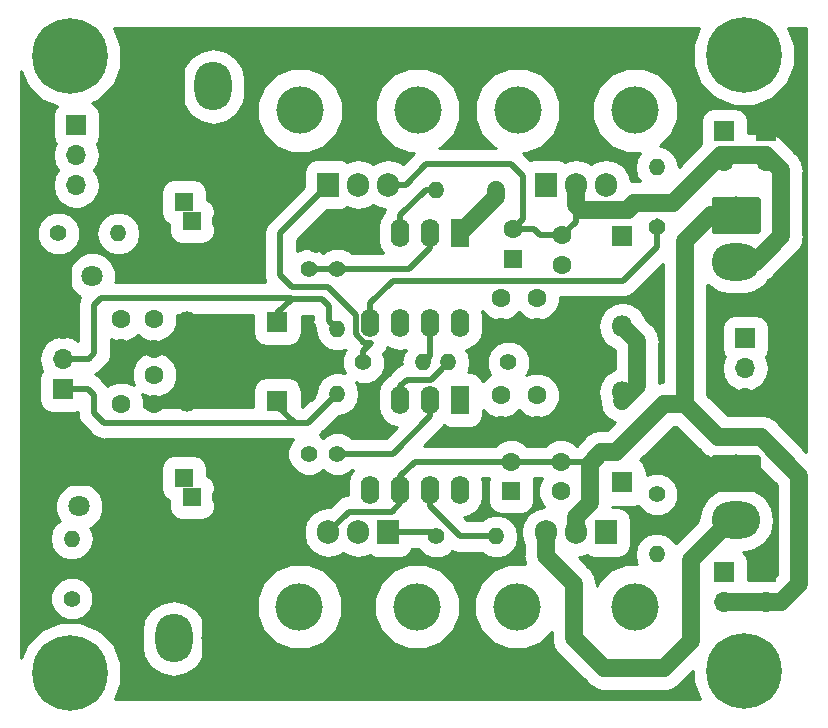
<source format=gbr>
G04 #@! TF.GenerationSoftware,KiCad,Pcbnew,(5.0.2)-1*
G04 #@! TF.CreationDate,2020-02-26T19:00:20+05:30*
G04 #@! TF.ProjectId,mosfet driver,6d6f7366-6574-4206-9472-697665722e6b,rev?*
G04 #@! TF.SameCoordinates,Original*
G04 #@! TF.FileFunction,Copper,L2,Bot*
G04 #@! TF.FilePolarity,Positive*
%FSLAX46Y46*%
G04 Gerber Fmt 4.6, Leading zero omitted, Abs format (unit mm)*
G04 Created by KiCad (PCBNEW (5.0.2)-1) date 02/26/20 19:00:20*
%MOMM*%
%LPD*%
G01*
G04 APERTURE LIST*
G04 #@! TA.AperFunction,ComponentPad*
%ADD10R,1.700000X1.700000*%
G04 #@! TD*
G04 #@! TA.AperFunction,ComponentPad*
%ADD11O,1.700000X1.700000*%
G04 #@! TD*
G04 #@! TA.AperFunction,ComponentPad*
%ADD12O,1.800000X1.800000*%
G04 #@! TD*
G04 #@! TA.AperFunction,ComponentPad*
%ADD13R,1.800000X1.800000*%
G04 #@! TD*
G04 #@! TA.AperFunction,ComponentPad*
%ADD14C,1.800000*%
G04 #@! TD*
G04 #@! TA.AperFunction,ComponentPad*
%ADD15O,1.400000X1.400000*%
G04 #@! TD*
G04 #@! TA.AperFunction,ComponentPad*
%ADD16C,1.400000*%
G04 #@! TD*
G04 #@! TA.AperFunction,ComponentPad*
%ADD17O,4.100000X3.160000*%
G04 #@! TD*
G04 #@! TA.AperFunction,Conductor*
%ADD18C,0.100000*%
G04 #@! TD*
G04 #@! TA.AperFunction,ComponentPad*
%ADD19C,3.160000*%
G04 #@! TD*
G04 #@! TA.AperFunction,ComponentPad*
%ADD20O,3.160000X4.100000*%
G04 #@! TD*
G04 #@! TA.AperFunction,ComponentPad*
%ADD21C,1.600000*%
G04 #@! TD*
G04 #@! TA.AperFunction,ComponentPad*
%ADD22R,1.600000X1.600000*%
G04 #@! TD*
G04 #@! TA.AperFunction,ComponentPad*
%ADD23R,1.905000X2.000000*%
G04 #@! TD*
G04 #@! TA.AperFunction,ComponentPad*
%ADD24O,1.905000X2.000000*%
G04 #@! TD*
G04 #@! TA.AperFunction,ComponentPad*
%ADD25C,4.000000*%
G04 #@! TD*
G04 #@! TA.AperFunction,ComponentPad*
%ADD26C,0.800000*%
G04 #@! TD*
G04 #@! TA.AperFunction,ComponentPad*
%ADD27C,6.400000*%
G04 #@! TD*
G04 #@! TA.AperFunction,ComponentPad*
%ADD28O,1.600000X2.400000*%
G04 #@! TD*
G04 #@! TA.AperFunction,ComponentPad*
%ADD29R,1.600000X2.400000*%
G04 #@! TD*
G04 #@! TA.AperFunction,ViaPad*
%ADD30C,1.400000*%
G04 #@! TD*
G04 #@! TA.AperFunction,Conductor*
%ADD31C,1.500000*%
G04 #@! TD*
G04 #@! TA.AperFunction,Conductor*
%ADD32C,0.500000*%
G04 #@! TD*
G04 #@! TA.AperFunction,Conductor*
%ADD33C,0.254000*%
G04 #@! TD*
G04 APERTURE END LIST*
D10*
G04 #@! TO.P,SW1,1*
G04 #@! TO.N,N/C*
X47752000Y-132588000D03*
D11*
G04 #@! TO.P,SW1,2*
G04 #@! TO.N,Net-(J4-Pad2)*
X47752000Y-135128000D03*
G04 #@! TO.P,SW1,3*
G04 #@! TO.N,VCC*
X47752000Y-137668000D03*
G04 #@! TD*
G04 #@! TO.P,Snub_Low,2*
G04 #@! TO.N,/Power3*
X106172000Y-172974000D03*
D10*
G04 #@! TO.P,Snub_Low,1*
G04 #@! TO.N,GND*
X106172000Y-170434000D03*
G04 #@! TD*
G04 #@! TO.P,Snub_High,1*
G04 #@! TO.N,VCC*
X102616000Y-170434000D03*
D11*
G04 #@! TO.P,Snub_High,2*
G04 #@! TO.N,/Power3*
X102616000Y-172974000D03*
G04 #@! TD*
D10*
G04 #@! TO.P,Snub_Low,1*
G04 #@! TO.N,GND*
X106172000Y-133096000D03*
D11*
G04 #@! TO.P,Snub_Low,2*
G04 #@! TO.N,/Power4*
X106172000Y-135636000D03*
G04 #@! TD*
D12*
G04 #@! TO.P,D3,2*
G04 #@! TO.N,GND*
X57150000Y-149225000D03*
D13*
G04 #@! TO.P,D3,1*
G04 #@! TO.N,/Signal2*
X64770000Y-149225000D03*
G04 #@! TD*
D12*
G04 #@! TO.P,D1,2*
G04 #@! TO.N,GND*
X57150000Y-155956000D03*
D13*
G04 #@! TO.P,D1,1*
G04 #@! TO.N,/Signal*
X64770000Y-155956000D03*
G04 #@! TD*
D14*
G04 #@! TO.P,D6,2*
G04 #@! TO.N,Net-(D6-Pad2)*
X48006000Y-164846000D03*
D13*
G04 #@! TO.P,D6,1*
G04 #@! TO.N,GND*
X48006000Y-162306000D03*
G04 #@! TD*
D14*
G04 #@! TO.P,D4,2*
G04 #@! TO.N,Net-(D4-Pad2)*
X49085500Y-145351500D03*
D13*
G04 #@! TO.P,D4,1*
G04 #@! TO.N,GND*
X46545500Y-145351500D03*
G04 #@! TD*
D15*
G04 #@! TO.P,R12,2*
G04 #@! TO.N,Net-(D6-Pad2)*
X47371000Y-167576500D03*
D16*
G04 #@! TO.P,R12,1*
G04 #@! TO.N,Net-(J4-Pad2)*
X47371000Y-172656500D03*
G04 #@! TD*
D15*
G04 #@! TO.P,R11,2*
G04 #@! TO.N,Net-(D4-Pad2)*
X51308000Y-141732000D03*
D16*
G04 #@! TO.P,R11,1*
G04 #@! TO.N,VCC*
X46228000Y-141732000D03*
G04 #@! TD*
D17*
G04 #@! TO.P,J2,2*
G04 #@! TO.N,/Power4*
X103632000Y-144168000D03*
D18*
G04 #@! TD*
G04 #@! TO.N,/Power3*
G04 #@! TO.C,J2*
G36*
X105456829Y-138629202D02*
X105481062Y-138632797D01*
X105504827Y-138638749D01*
X105527893Y-138647003D01*
X105550039Y-138657477D01*
X105571053Y-138670072D01*
X105590730Y-138684666D01*
X105608882Y-138701118D01*
X105625334Y-138719270D01*
X105639928Y-138738947D01*
X105652523Y-138759961D01*
X105662997Y-138782107D01*
X105671251Y-138805173D01*
X105677203Y-138828938D01*
X105680798Y-138853171D01*
X105682000Y-138877640D01*
X105682000Y-141538360D01*
X105680798Y-141562829D01*
X105677203Y-141587062D01*
X105671251Y-141610827D01*
X105662997Y-141633893D01*
X105652523Y-141656039D01*
X105639928Y-141677053D01*
X105625334Y-141696730D01*
X105608882Y-141714882D01*
X105590730Y-141731334D01*
X105571053Y-141745928D01*
X105550039Y-141758523D01*
X105527893Y-141768997D01*
X105504827Y-141777251D01*
X105481062Y-141783203D01*
X105456829Y-141786798D01*
X105432360Y-141788000D01*
X101831640Y-141788000D01*
X101807171Y-141786798D01*
X101782938Y-141783203D01*
X101759173Y-141777251D01*
X101736107Y-141768997D01*
X101713961Y-141758523D01*
X101692947Y-141745928D01*
X101673270Y-141731334D01*
X101655118Y-141714882D01*
X101638666Y-141696730D01*
X101624072Y-141677053D01*
X101611477Y-141656039D01*
X101601003Y-141633893D01*
X101592749Y-141610827D01*
X101586797Y-141587062D01*
X101583202Y-141562829D01*
X101582000Y-141538360D01*
X101582000Y-138877640D01*
X101583202Y-138853171D01*
X101586797Y-138828938D01*
X101592749Y-138805173D01*
X101601003Y-138782107D01*
X101611477Y-138759961D01*
X101624072Y-138738947D01*
X101638666Y-138719270D01*
X101655118Y-138701118D01*
X101673270Y-138684666D01*
X101692947Y-138670072D01*
X101713961Y-138657477D01*
X101736107Y-138647003D01*
X101759173Y-138638749D01*
X101782938Y-138632797D01*
X101807171Y-138629202D01*
X101831640Y-138628000D01*
X105432360Y-138628000D01*
X105456829Y-138629202D01*
X105456829Y-138629202D01*
G37*
D19*
G04 #@! TO.P,J2,1*
G04 #@! TO.N,/Power3*
X103632000Y-140208000D03*
G04 #@! TD*
D18*
G04 #@! TO.N,GND*
G04 #@! TO.C,J1*
G36*
X61298829Y-173973202D02*
X61323062Y-173976797D01*
X61346827Y-173982749D01*
X61369893Y-173991003D01*
X61392039Y-174001477D01*
X61413053Y-174014072D01*
X61432730Y-174028666D01*
X61450882Y-174045118D01*
X61467334Y-174063270D01*
X61481928Y-174082947D01*
X61494523Y-174103961D01*
X61504997Y-174126107D01*
X61513251Y-174149173D01*
X61519203Y-174172938D01*
X61522798Y-174197171D01*
X61524000Y-174221640D01*
X61524000Y-177822360D01*
X61522798Y-177846829D01*
X61519203Y-177871062D01*
X61513251Y-177894827D01*
X61504997Y-177917893D01*
X61494523Y-177940039D01*
X61481928Y-177961053D01*
X61467334Y-177980730D01*
X61450882Y-177998882D01*
X61432730Y-178015334D01*
X61413053Y-178029928D01*
X61392039Y-178042523D01*
X61369893Y-178052997D01*
X61346827Y-178061251D01*
X61323062Y-178067203D01*
X61298829Y-178070798D01*
X61274360Y-178072000D01*
X58613640Y-178072000D01*
X58589171Y-178070798D01*
X58564938Y-178067203D01*
X58541173Y-178061251D01*
X58518107Y-178052997D01*
X58495961Y-178042523D01*
X58474947Y-178029928D01*
X58455270Y-178015334D01*
X58437118Y-177998882D01*
X58420666Y-177980730D01*
X58406072Y-177961053D01*
X58393477Y-177940039D01*
X58383003Y-177917893D01*
X58374749Y-177894827D01*
X58368797Y-177871062D01*
X58365202Y-177846829D01*
X58364000Y-177822360D01*
X58364000Y-174221640D01*
X58365202Y-174197171D01*
X58368797Y-174172938D01*
X58374749Y-174149173D01*
X58383003Y-174126107D01*
X58393477Y-174103961D01*
X58406072Y-174082947D01*
X58420666Y-174063270D01*
X58437118Y-174045118D01*
X58455270Y-174028666D01*
X58474947Y-174014072D01*
X58495961Y-174001477D01*
X58518107Y-173991003D01*
X58541173Y-173982749D01*
X58564938Y-173976797D01*
X58589171Y-173973202D01*
X58613640Y-173972000D01*
X61274360Y-173972000D01*
X61298829Y-173973202D01*
X61298829Y-173973202D01*
G37*
D19*
G04 #@! TD*
G04 #@! TO.P,J1,1*
G04 #@! TO.N,GND*
X59944000Y-176022000D03*
D20*
G04 #@! TO.P,J1,2*
G04 #@! TO.N,Net-(J4-Pad2)*
X55984000Y-176022000D03*
G04 #@! TD*
G04 #@! TO.P,J4,2*
G04 #@! TO.N,Net-(J4-Pad2)*
X59332000Y-129286000D03*
D18*
G04 #@! TD*
G04 #@! TO.N,GND*
G04 #@! TO.C,J4*
G36*
X56726829Y-127237202D02*
X56751062Y-127240797D01*
X56774827Y-127246749D01*
X56797893Y-127255003D01*
X56820039Y-127265477D01*
X56841053Y-127278072D01*
X56860730Y-127292666D01*
X56878882Y-127309118D01*
X56895334Y-127327270D01*
X56909928Y-127346947D01*
X56922523Y-127367961D01*
X56932997Y-127390107D01*
X56941251Y-127413173D01*
X56947203Y-127436938D01*
X56950798Y-127461171D01*
X56952000Y-127485640D01*
X56952000Y-131086360D01*
X56950798Y-131110829D01*
X56947203Y-131135062D01*
X56941251Y-131158827D01*
X56932997Y-131181893D01*
X56922523Y-131204039D01*
X56909928Y-131225053D01*
X56895334Y-131244730D01*
X56878882Y-131262882D01*
X56860730Y-131279334D01*
X56841053Y-131293928D01*
X56820039Y-131306523D01*
X56797893Y-131316997D01*
X56774827Y-131325251D01*
X56751062Y-131331203D01*
X56726829Y-131334798D01*
X56702360Y-131336000D01*
X54041640Y-131336000D01*
X54017171Y-131334798D01*
X53992938Y-131331203D01*
X53969173Y-131325251D01*
X53946107Y-131316997D01*
X53923961Y-131306523D01*
X53902947Y-131293928D01*
X53883270Y-131279334D01*
X53865118Y-131262882D01*
X53848666Y-131244730D01*
X53834072Y-131225053D01*
X53821477Y-131204039D01*
X53811003Y-131181893D01*
X53802749Y-131158827D01*
X53796797Y-131135062D01*
X53793202Y-131110829D01*
X53792000Y-131086360D01*
X53792000Y-127485640D01*
X53793202Y-127461171D01*
X53796797Y-127436938D01*
X53802749Y-127413173D01*
X53811003Y-127390107D01*
X53821477Y-127367961D01*
X53834072Y-127346947D01*
X53848666Y-127327270D01*
X53865118Y-127309118D01*
X53883270Y-127292666D01*
X53902947Y-127278072D01*
X53923961Y-127265477D01*
X53946107Y-127255003D01*
X53969173Y-127246749D01*
X53992938Y-127240797D01*
X54017171Y-127237202D01*
X54041640Y-127236000D01*
X56702360Y-127236000D01*
X56726829Y-127237202D01*
X56726829Y-127237202D01*
G37*
D19*
G04 #@! TO.P,J4,1*
G04 #@! TO.N,GND*
X55372000Y-129286000D03*
G04 #@! TD*
D16*
G04 #@! TO.P,R7,1*
G04 #@! TO.N,VCC*
X83312000Y-138049000D03*
D15*
G04 #@! TO.P,R7,2*
G04 #@! TO.N,Net-(R7-Pad2)*
X78232000Y-138049000D03*
G04 #@! TD*
G04 #@! TO.P,R5,2*
G04 #@! TO.N,/Signal2*
X69850000Y-149864775D03*
D16*
G04 #@! TO.P,R5,1*
G04 #@! TO.N,Net-(R4-Pad1)*
X69850000Y-144784775D03*
G04 #@! TD*
D15*
G04 #@! TO.P,R2,2*
G04 #@! TO.N,Net-(R2-Pad2)*
X79248000Y-152654000D03*
D16*
G04 #@! TO.P,R2,1*
G04 #@! TO.N,VCC*
X84328000Y-152654000D03*
G04 #@! TD*
D15*
G04 #@! TO.P,R1,2*
G04 #@! TO.N,/Signal*
X69850000Y-155329000D03*
D16*
G04 #@! TO.P,R1,1*
G04 #@! TO.N,Net-(R1-Pad1)*
X69850000Y-160409000D03*
G04 #@! TD*
D13*
G04 #@! TO.P,D5,1*
G04 #@! TO.N,Net-(C13-Pad1)*
X93980000Y-141986000D03*
D12*
G04 #@! TO.P,D5,2*
G04 #@! TO.N,VCC*
X93980000Y-149606000D03*
G04 #@! TD*
D13*
G04 #@! TO.P,D2,1*
G04 #@! TO.N,Net-(C1-Pad1)*
X93980000Y-162814000D03*
D12*
G04 #@! TO.P,D2,2*
G04 #@! TO.N,VCC*
X93980000Y-155194000D03*
G04 #@! TD*
D21*
G04 #@! TO.P,C15,2*
G04 #@! TO.N,GND*
X60701937Y-142316000D03*
D22*
G04 #@! TO.P,C15,1*
G04 #@! TO.N,VCC*
X56860063Y-139116000D03*
D21*
G04 #@! TO.P,C15,2*
G04 #@! TO.N,GND*
X60031000Y-140716000D03*
D22*
G04 #@! TO.P,C15,1*
G04 #@! TO.N,VCC*
X57531000Y-140716000D03*
G04 #@! TD*
D21*
G04 #@! TO.P,C14,2*
G04 #@! TO.N,GND*
X60701937Y-165684000D03*
D22*
G04 #@! TO.P,C14,1*
G04 #@! TO.N,VCC*
X56860063Y-162484000D03*
D21*
G04 #@! TO.P,C14,2*
G04 #@! TO.N,GND*
X60031000Y-164084000D03*
D22*
G04 #@! TO.P,C14,1*
G04 #@! TO.N,VCC*
X57531000Y-164084000D03*
G04 #@! TD*
D15*
G04 #@! TO.P,R4,2*
G04 #@! TO.N,GND*
X67437000Y-149860000D03*
D16*
G04 #@! TO.P,R4,1*
G04 #@! TO.N,Net-(R4-Pad1)*
X67437000Y-144780000D03*
G04 #@! TD*
D15*
G04 #@! TO.P,R3,2*
G04 #@! TO.N,GND*
X67437000Y-155329000D03*
D16*
G04 #@! TO.P,R3,1*
G04 #@! TO.N,Net-(R1-Pad1)*
X67437000Y-160409000D03*
G04 #@! TD*
D23*
G04 #@! TO.P,Q4,1*
G04 #@! TO.N,Net-(Q4-Pad1)*
X87520000Y-137600000D03*
D24*
G04 #@! TO.P,Q4,2*
G04 #@! TO.N,/Power4*
X90060000Y-137600000D03*
G04 #@! TO.P,Q4,3*
G04 #@! TO.N,N/C*
X92600000Y-137600000D03*
D25*
G04 #@! TO.P,Q4,2*
X85107000Y-131326200D03*
X95063800Y-131326200D03*
G04 #@! TD*
D23*
G04 #@! TO.P,Q3,1*
G04 #@! TO.N,Net-(Q3-Pad1)*
X69100000Y-137600000D03*
D24*
G04 #@! TO.P,Q3,2*
G04 #@! TO.N,VCC*
X71640000Y-137600000D03*
G04 #@! TO.P,Q3,3*
G04 #@! TO.N,/Power4*
X74180000Y-137600000D03*
D25*
G04 #@! TO.P,Q3,2*
G04 #@! TO.N,N/C*
X66687000Y-131326200D03*
X76643800Y-131326200D03*
G04 #@! TD*
D23*
G04 #@! TO.P,Q2,1*
G04 #@! TO.N,Net-(Q2-Pad1)*
X92600000Y-167055000D03*
D24*
G04 #@! TO.P,Q2,2*
G04 #@! TO.N,/Power3*
X90060000Y-167055000D03*
G04 #@! TO.P,Q2,3*
G04 #@! TO.N,N/C*
X87520000Y-167055000D03*
D25*
G04 #@! TO.P,Q2,2*
X95013000Y-173328800D03*
X85056200Y-173328800D03*
G04 #@! TD*
D23*
G04 #@! TO.P,Q1,1*
G04 #@! TO.N,Net-(Q1-Pad1)*
X74180000Y-167055000D03*
D24*
G04 #@! TO.P,Q1,2*
G04 #@! TO.N,VCC*
X71640000Y-167055000D03*
G04 #@! TO.P,Q1,3*
G04 #@! TO.N,/Power3*
X69100000Y-167055000D03*
D25*
G04 #@! TO.P,Q1,2*
G04 #@! TO.N,N/C*
X76593000Y-173328800D03*
X66636200Y-173328800D03*
G04 #@! TD*
D15*
G04 #@! TO.P,R10,2*
G04 #@! TO.N,Net-(R10-Pad2)*
X77144000Y-152654000D03*
D16*
G04 #@! TO.P,R10,1*
G04 #@! TO.N,Net-(Q3-Pad1)*
X72064000Y-152654000D03*
G04 #@! TD*
D15*
G04 #@! TO.P,R9,2*
G04 #@! TO.N,Net-(Q4-Pad1)*
X96901000Y-136144000D03*
D16*
G04 #@! TO.P,R9,1*
G04 #@! TO.N,Net-(R9-Pad1)*
X96901000Y-141224000D03*
G04 #@! TD*
D15*
G04 #@! TO.P,R8,2*
G04 #@! TO.N,Net-(R8-Pad2)*
X83312000Y-167386000D03*
D16*
G04 #@! TO.P,R8,1*
G04 #@! TO.N,Net-(Q1-Pad1)*
X78232000Y-167386000D03*
G04 #@! TD*
D15*
G04 #@! TO.P,R6,2*
G04 #@! TO.N,Net-(Q2-Pad1)*
X96901000Y-168910000D03*
D16*
G04 #@! TO.P,R6,1*
G04 #@! TO.N,Net-(R6-Pad1)*
X96901000Y-163830000D03*
G04 #@! TD*
D26*
G04 #@! TO.P,H4,1*
G04 #@! TO.N,N/C*
X48941056Y-125048944D03*
X47244000Y-124346000D03*
X45546944Y-125048944D03*
X44844000Y-126746000D03*
X45546944Y-128443056D03*
X47244000Y-129146000D03*
X48941056Y-128443056D03*
X49644000Y-126746000D03*
D27*
X47244000Y-126746000D03*
G04 #@! TD*
D26*
G04 #@! TO.P,H3,1*
G04 #@! TO.N,N/C*
X105964056Y-177118944D03*
X104267000Y-176416000D03*
X102569944Y-177118944D03*
X101867000Y-178816000D03*
X102569944Y-180513056D03*
X104267000Y-181216000D03*
X105964056Y-180513056D03*
X106667000Y-178816000D03*
D27*
X104267000Y-178816000D03*
G04 #@! TD*
D26*
G04 #@! TO.P,H2,1*
G04 #@! TO.N,N/C*
X105964056Y-124908944D03*
X104267000Y-124206000D03*
X102569944Y-124908944D03*
X101867000Y-126606000D03*
X102569944Y-128303056D03*
X104267000Y-129006000D03*
X105964056Y-128303056D03*
X106667000Y-126606000D03*
D27*
X104267000Y-126606000D03*
G04 #@! TD*
D26*
G04 #@! TO.P,H1,1*
G04 #@! TO.N,N/C*
X48941056Y-177245944D03*
X47244000Y-176543000D03*
X45546944Y-177245944D03*
X44844000Y-178943000D03*
X45546944Y-180640056D03*
X47244000Y-181343000D03*
X48941056Y-180640056D03*
X49644000Y-178943000D03*
D27*
X47244000Y-178943000D03*
G04 #@! TD*
D21*
G04 #@! TO.P,C13,2*
G04 #@! TO.N,/Power4*
X88900000Y-141899000D03*
G04 #@! TO.P,C13,1*
G04 #@! TO.N,Net-(C13-Pad1)*
X88900000Y-144399000D03*
G04 #@! TD*
G04 #@! TO.P,C12,2*
G04 #@! TO.N,/Power3*
X88773000Y-161076000D03*
G04 #@! TO.P,C12,1*
G04 #@! TO.N,Net-(C1-Pad1)*
X88773000Y-163576000D03*
G04 #@! TD*
G04 #@! TO.P,C10,2*
G04 #@! TO.N,GND*
X86741000Y-157948000D03*
G04 #@! TO.P,C10,1*
G04 #@! TO.N,VCC*
X86741000Y-155448000D03*
G04 #@! TD*
G04 #@! TO.P,C9,2*
G04 #@! TO.N,GND*
X51562000Y-153710000D03*
G04 #@! TO.P,C9,1*
G04 #@! TO.N,VCC*
X51562000Y-156210000D03*
G04 #@! TD*
G04 #@! TO.P,C8,2*
G04 #@! TO.N,GND*
X54356000Y-151485000D03*
G04 #@! TO.P,C8,1*
G04 #@! TO.N,VCC*
X54356000Y-148985000D03*
G04 #@! TD*
G04 #@! TO.P,C7,2*
G04 #@! TO.N,GND*
X83693000Y-149693000D03*
G04 #@! TO.P,C7,1*
G04 #@! TO.N,VCC*
X83693000Y-147193000D03*
G04 #@! TD*
G04 #@! TO.P,C6,2*
G04 #@! TO.N,GND*
X54356000Y-156196000D03*
G04 #@! TO.P,C6,1*
G04 #@! TO.N,VCC*
X54356000Y-153696000D03*
G04 #@! TD*
G04 #@! TO.P,C5,2*
G04 #@! TO.N,GND*
X51562000Y-151471000D03*
G04 #@! TO.P,C5,1*
G04 #@! TO.N,VCC*
X51562000Y-148971000D03*
G04 #@! TD*
G04 #@! TO.P,C4,2*
G04 #@! TO.N,GND*
X86741000Y-149693000D03*
G04 #@! TO.P,C4,1*
G04 #@! TO.N,VCC*
X86741000Y-147193000D03*
G04 #@! TD*
G04 #@! TO.P,C3,2*
G04 #@! TO.N,GND*
X83693000Y-157948000D03*
G04 #@! TO.P,C3,1*
G04 #@! TO.N,VCC*
X83693000Y-155448000D03*
G04 #@! TD*
D22*
G04 #@! TO.P,C2,1*
G04 #@! TO.N,Net-(C13-Pad1)*
X84709000Y-143891000D03*
D21*
G04 #@! TO.P,C2,2*
G04 #@! TO.N,/Power4*
X84709000Y-141391000D03*
G04 #@! TD*
D22*
G04 #@! TO.P,C1,1*
G04 #@! TO.N,Net-(C1-Pad1)*
X84582000Y-163576000D03*
D21*
G04 #@! TO.P,C1,2*
G04 #@! TO.N,/Power3*
X84582000Y-161076000D03*
G04 #@! TD*
D28*
G04 #@! TO.P,U2,8*
G04 #@! TO.N,Net-(C13-Pad1)*
X80264000Y-149334775D03*
G04 #@! TO.P,U2,4*
G04 #@! TO.N,GND*
X72644000Y-141714775D03*
G04 #@! TO.P,U2,7*
G04 #@! TO.N,Net-(R10-Pad2)*
X77724000Y-149334775D03*
G04 #@! TO.P,U2,3*
G04 #@! TO.N,Net-(R7-Pad2)*
X75184000Y-141714775D03*
G04 #@! TO.P,U2,6*
G04 #@! TO.N,/Power4*
X75184000Y-149334775D03*
G04 #@! TO.P,U2,2*
G04 #@! TO.N,Net-(R4-Pad1)*
X77724000Y-141714775D03*
G04 #@! TO.P,U2,5*
G04 #@! TO.N,Net-(R9-Pad1)*
X72644000Y-149334775D03*
D29*
G04 #@! TO.P,U2,1*
G04 #@! TO.N,VCC*
X80264000Y-141714775D03*
G04 #@! TD*
D28*
G04 #@! TO.P,U1,8*
G04 #@! TO.N,Net-(C1-Pad1)*
X80264000Y-163449000D03*
G04 #@! TO.P,U1,4*
G04 #@! TO.N,GND*
X72644000Y-155829000D03*
G04 #@! TO.P,U1,7*
G04 #@! TO.N,Net-(R8-Pad2)*
X77724000Y-163449000D03*
G04 #@! TO.P,U1,3*
G04 #@! TO.N,Net-(R2-Pad2)*
X75184000Y-155829000D03*
G04 #@! TO.P,U1,6*
G04 #@! TO.N,/Power3*
X75184000Y-163449000D03*
G04 #@! TO.P,U1,2*
G04 #@! TO.N,Net-(R1-Pad1)*
X77724000Y-155829000D03*
G04 #@! TO.P,U1,5*
G04 #@! TO.N,Net-(R6-Pad1)*
X72644000Y-163449000D03*
D29*
G04 #@! TO.P,U1,1*
G04 #@! TO.N,VCC*
X80264000Y-155829000D03*
G04 #@! TD*
D11*
G04 #@! TO.P,J3,3*
G04 #@! TO.N,GND*
X46609000Y-149840000D03*
G04 #@! TO.P,J3,2*
G04 #@! TO.N,/Signal2*
X46609000Y-152380000D03*
D10*
G04 #@! TO.P,J3,1*
G04 #@! TO.N,/Signal*
X46609000Y-154920000D03*
G04 #@! TD*
D11*
G04 #@! TO.P,Snub_High,2*
G04 #@! TO.N,/Power4*
X102616000Y-135636000D03*
D10*
G04 #@! TO.P,Snub_High,1*
G04 #@! TO.N,VCC*
X102616000Y-133096000D03*
G04 #@! TD*
D17*
G04 #@! TO.P,CS,2*
G04 #@! TO.N,N/C*
X103632000Y-166012000D03*
D18*
G04 #@! TD*
G04 #@! TO.N,GND*
G04 #@! TO.C,CS*
G36*
X105456829Y-160473202D02*
X105481062Y-160476797D01*
X105504827Y-160482749D01*
X105527893Y-160491003D01*
X105550039Y-160501477D01*
X105571053Y-160514072D01*
X105590730Y-160528666D01*
X105608882Y-160545118D01*
X105625334Y-160563270D01*
X105639928Y-160582947D01*
X105652523Y-160603961D01*
X105662997Y-160626107D01*
X105671251Y-160649173D01*
X105677203Y-160672938D01*
X105680798Y-160697171D01*
X105682000Y-160721640D01*
X105682000Y-163382360D01*
X105680798Y-163406829D01*
X105677203Y-163431062D01*
X105671251Y-163454827D01*
X105662997Y-163477893D01*
X105652523Y-163500039D01*
X105639928Y-163521053D01*
X105625334Y-163540730D01*
X105608882Y-163558882D01*
X105590730Y-163575334D01*
X105571053Y-163589928D01*
X105550039Y-163602523D01*
X105527893Y-163612997D01*
X105504827Y-163621251D01*
X105481062Y-163627203D01*
X105456829Y-163630798D01*
X105432360Y-163632000D01*
X101831640Y-163632000D01*
X101807171Y-163630798D01*
X101782938Y-163627203D01*
X101759173Y-163621251D01*
X101736107Y-163612997D01*
X101713961Y-163602523D01*
X101692947Y-163589928D01*
X101673270Y-163575334D01*
X101655118Y-163558882D01*
X101638666Y-163540730D01*
X101624072Y-163521053D01*
X101611477Y-163500039D01*
X101601003Y-163477893D01*
X101592749Y-163454827D01*
X101586797Y-163431062D01*
X101583202Y-163406829D01*
X101582000Y-163382360D01*
X101582000Y-160721640D01*
X101583202Y-160697171D01*
X101586797Y-160672938D01*
X101592749Y-160649173D01*
X101601003Y-160626107D01*
X101611477Y-160603961D01*
X101624072Y-160582947D01*
X101638666Y-160563270D01*
X101655118Y-160545118D01*
X101673270Y-160528666D01*
X101692947Y-160514072D01*
X101713961Y-160501477D01*
X101736107Y-160491003D01*
X101759173Y-160482749D01*
X101782938Y-160476797D01*
X101807171Y-160473202D01*
X101831640Y-160472000D01*
X105432360Y-160472000D01*
X105456829Y-160473202D01*
X105456829Y-160473202D01*
G37*
D19*
G04 #@! TO.P,CS,1*
G04 #@! TO.N,GND*
X103632000Y-162052000D03*
G04 #@! TD*
D11*
G04 #@! TO.P,SW2,3*
G04 #@! TO.N,GND*
X104394000Y-155702000D03*
G04 #@! TO.P,SW2,2*
G04 #@! TO.N,N/C*
X104394000Y-153162000D03*
D10*
G04 #@! TO.P,SW2,1*
X104394000Y-150622000D03*
G04 #@! TD*
D30*
G04 #@! TO.N,GND*
X68072000Y-142748000D03*
G04 #@! TD*
D31*
G04 #@! TO.N,*
X92456000Y-178562000D02*
X89916000Y-176022000D01*
X97536000Y-178562000D02*
X92456000Y-178562000D01*
X99822000Y-176276000D02*
X97536000Y-178562000D01*
X99822000Y-169352000D02*
X99822000Y-176276000D01*
X89916000Y-176022000D02*
X89916000Y-171450000D01*
X103162000Y-166012000D02*
X99822000Y-169352000D01*
X103632000Y-166012000D02*
X103162000Y-166012000D01*
X87520000Y-169054000D02*
X87520000Y-167055000D01*
X89916000Y-171450000D02*
X87520000Y-169054000D01*
D32*
G04 #@! TO.N,GND*
X54342000Y-151471000D02*
X54356000Y-151485000D01*
X51562000Y-151471000D02*
X54342000Y-151471000D01*
X55525000Y-151485000D02*
X57150000Y-149860000D01*
X54356000Y-151485000D02*
X55525000Y-151485000D01*
X54596000Y-155956000D02*
X54356000Y-156196000D01*
X56134000Y-155956000D02*
X54596000Y-155956000D01*
X56134000Y-155956000D02*
X57150000Y-155956000D01*
D31*
G04 #@! TO.N,VCC*
X83312000Y-138666775D02*
X80264000Y-141714775D01*
X83312000Y-138049000D02*
X83312000Y-138666775D01*
X95250000Y-154686000D02*
X93980000Y-155956000D01*
X95250000Y-150876000D02*
X95250000Y-154686000D01*
X93980000Y-149606000D02*
X95250000Y-150876000D01*
D32*
G04 #@! TO.N,Net-(R1-Pad1)*
X70839949Y-160409000D02*
X69850000Y-160409000D01*
X74541000Y-160409000D02*
X70839949Y-160409000D01*
X77724000Y-155829000D02*
X77724000Y-157226000D01*
X77724000Y-157226000D02*
X74541000Y-160409000D01*
G04 #@! TO.N,Net-(R2-Pad2)*
X78548001Y-153353999D02*
X79248000Y-152654000D01*
X77773000Y-154129000D02*
X78548001Y-153353999D01*
X75741000Y-154129000D02*
X77773000Y-154129000D01*
X75184000Y-155829000D02*
X75184000Y-154686000D01*
X75184000Y-154686000D02*
X75741000Y-154129000D01*
G04 #@! TO.N,Net-(R7-Pad2)*
X75184000Y-140208000D02*
X75184000Y-141714775D01*
X78232000Y-138049000D02*
X77343000Y-138049000D01*
X77343000Y-138049000D02*
X75184000Y-140208000D01*
G04 #@! TO.N,/Signal*
X48748000Y-154920000D02*
X46609000Y-154920000D01*
X49276000Y-155448000D02*
X48748000Y-154920000D01*
X49276000Y-156972000D02*
X49276000Y-155448000D01*
X50100015Y-157796015D02*
X49276000Y-156972000D01*
X69850000Y-155329000D02*
X67382985Y-157796015D01*
X67382985Y-157796015D02*
X50100015Y-157796015D01*
X66226015Y-157796015D02*
X64770000Y-156340000D01*
X67382985Y-157796015D02*
X66226015Y-157796015D01*
G04 #@! TO.N,/Signal2*
X64770000Y-148460000D02*
X64770000Y-149860000D01*
X66040000Y-147320000D02*
X64770000Y-148460000D01*
X65959999Y-147239999D02*
X66040000Y-147320000D01*
X49864001Y-147239999D02*
X65959999Y-147239999D01*
X49276000Y-147828000D02*
X49864001Y-147239999D01*
X49276000Y-151892000D02*
X49276000Y-147828000D01*
X48788000Y-152380000D02*
X49276000Y-151892000D01*
X46609000Y-152380000D02*
X48788000Y-152380000D01*
X68580000Y-147320000D02*
X66040000Y-147320000D01*
X69150001Y-147890001D02*
X68580000Y-147320000D01*
X69850000Y-149864775D02*
X69150001Y-149164776D01*
X69150001Y-149164776D02*
X69150001Y-147890001D01*
G04 #@! TO.N,Net-(Q1-Pad1)*
X77901000Y-167055000D02*
X78232000Y-167386000D01*
X74180000Y-167055000D02*
X77901000Y-167055000D01*
G04 #@! TO.N,Net-(Q3-Pad1)*
X72743266Y-150984785D02*
X72064000Y-151664051D01*
X72126229Y-150984785D02*
X72743266Y-150984785D01*
X71393990Y-148609990D02*
X71393990Y-150252546D01*
X69100000Y-137647500D02*
X65024000Y-141723500D01*
X65024000Y-141723500D02*
X65024000Y-145288000D01*
X69100000Y-137600000D02*
X69100000Y-137647500D01*
X65024000Y-145288000D02*
X66040000Y-146304000D01*
X72064000Y-151664051D02*
X72064000Y-152654000D01*
X66040000Y-146304000D02*
X69088000Y-146304000D01*
X71393990Y-150252546D02*
X72126229Y-150984785D01*
X69088000Y-146304000D02*
X71393990Y-148609990D01*
G04 #@! TO.N,/Power3*
X88773000Y-161076000D02*
X84582000Y-161076000D01*
X75184000Y-162306000D02*
X75184000Y-163449000D01*
X84582000Y-161076000D02*
X76414000Y-161076000D01*
X76414000Y-161076000D02*
X75184000Y-162306000D01*
X75184000Y-164592000D02*
X75184000Y-163449000D01*
X74476990Y-165299010D02*
X75184000Y-164592000D01*
X70808490Y-165299010D02*
X74476990Y-165299010D01*
X69100000Y-167055000D02*
X69100000Y-167007500D01*
X69100000Y-167007500D02*
X70808490Y-165299010D01*
D31*
X106172000Y-172974000D02*
X102616000Y-172974000D01*
X101482000Y-140208000D02*
X99314000Y-142376000D01*
X103632000Y-140208000D02*
X101482000Y-140208000D01*
X99314000Y-154622500D02*
X99314000Y-149104000D01*
D32*
X88773000Y-161076000D02*
X90892000Y-161076000D01*
D31*
X99314000Y-156210000D02*
X99314000Y-149104000D01*
X106172000Y-172974000D02*
X107374081Y-172974000D01*
X108966000Y-171382081D02*
X108966000Y-162275874D01*
X108966000Y-162275874D02*
X105694126Y-159004000D01*
X107374081Y-172974000D02*
X108966000Y-171382081D01*
X105694126Y-159004000D02*
X102108000Y-159004000D01*
X102108000Y-159004000D02*
X99314000Y-156210000D01*
X99314000Y-142376000D02*
X99314000Y-149104000D01*
X90060000Y-165752000D02*
X90060000Y-167055000D01*
X97536000Y-156210000D02*
X93472000Y-160274000D01*
X99314000Y-156210000D02*
X97536000Y-156210000D01*
X93472000Y-160274000D02*
X92202000Y-160274000D01*
X92202000Y-160274000D02*
X91220000Y-161256000D01*
X91220000Y-161256000D02*
X91220000Y-164592000D01*
X91220000Y-164592000D02*
X90060000Y-165752000D01*
D32*
G04 #@! TO.N,/Power4*
X74180000Y-137600000D02*
X74180000Y-137552500D01*
X90060000Y-140739000D02*
X88900000Y-141899000D01*
X85598000Y-140502000D02*
X84709000Y-141391000D01*
X84582000Y-135890000D02*
X85598000Y-136906000D01*
X77342500Y-135890000D02*
X84582000Y-135890000D01*
X74180000Y-137600000D02*
X75632500Y-137600000D01*
X75632500Y-137600000D02*
X77342500Y-135890000D01*
X85598000Y-136906000D02*
X85598000Y-140502000D01*
X88900000Y-141899000D02*
X87035000Y-141899000D01*
X86527000Y-141391000D02*
X84709000Y-141391000D01*
X87035000Y-141899000D02*
X86527000Y-141391000D01*
D31*
X90060000Y-139336000D02*
X90060000Y-137600000D01*
X90474010Y-139750010D02*
X90060000Y-139336000D01*
D32*
X90060000Y-140164020D02*
X90474010Y-139750010D01*
X90060000Y-140739000D02*
X90060000Y-140164020D01*
D31*
X102362000Y-135128000D02*
X98298000Y-139192000D01*
X106172000Y-135128000D02*
X102362000Y-135128000D01*
X94996000Y-139192000D02*
X94437990Y-139750010D01*
X94437990Y-139750010D02*
X90474010Y-139750010D01*
X98298000Y-139192000D02*
X94996000Y-139192000D01*
X105260000Y-144168000D02*
X103632000Y-144168000D01*
X107442000Y-141986000D02*
X105260000Y-144168000D01*
X106172000Y-135128000D02*
X107442000Y-136398000D01*
X107442000Y-136398000D02*
X107442000Y-141986000D01*
X103632000Y-144168000D02*
X104798000Y-144168000D01*
D32*
G04 #@! TO.N,Net-(R4-Pad1)*
X69845225Y-144780000D02*
X69850000Y-144784775D01*
X67437000Y-144780000D02*
X69845225Y-144780000D01*
X70839949Y-144784775D02*
X69850000Y-144784775D01*
X75941225Y-144784775D02*
X70839949Y-144784775D01*
X77724000Y-141714775D02*
X77724000Y-143002000D01*
X77724000Y-143002000D02*
X75941225Y-144784775D01*
G04 #@! TO.N,Net-(R8-Pad2)*
X82322051Y-167386000D02*
X83312000Y-167386000D01*
X80264000Y-167386000D02*
X82322051Y-167386000D01*
X77724000Y-163449000D02*
X77724000Y-164846000D01*
X77724000Y-164846000D02*
X80264000Y-167386000D01*
G04 #@! TO.N,Net-(R9-Pad1)*
X97028000Y-140843000D02*
X96901000Y-140716000D01*
X96901000Y-142875000D02*
X96901000Y-141224000D01*
X94033001Y-145742999D02*
X96901000Y-142875000D01*
X74535776Y-145742999D02*
X94033001Y-145742999D01*
X72644000Y-149334775D02*
X72644000Y-147634775D01*
X72644000Y-147634775D02*
X74535776Y-145742999D01*
G04 #@! TO.N,Net-(R10-Pad2)*
X77724000Y-152074000D02*
X77144000Y-152654000D01*
X77724000Y-149334775D02*
X77724000Y-152074000D01*
G04 #@! TD*
D33*
G04 #@! TO.N,GND*
G36*
X99940000Y-125745306D02*
X99940000Y-127466694D01*
X100598746Y-129057049D01*
X101815951Y-130274254D01*
X103406306Y-130933000D01*
X105127694Y-130933000D01*
X106718049Y-130274254D01*
X107935254Y-129057049D01*
X108594000Y-127466694D01*
X108594000Y-125745306D01*
X108023087Y-124367000D01*
X109567001Y-124367000D01*
X109567000Y-160222396D01*
X107152086Y-157807482D01*
X107047367Y-157650759D01*
X106426495Y-157235905D01*
X105878992Y-157127000D01*
X105878988Y-157127000D01*
X105694126Y-157090229D01*
X105509264Y-157127000D01*
X102885479Y-157127000D01*
X101191000Y-155432522D01*
X101191000Y-153162000D01*
X102378269Y-153162000D01*
X102531707Y-153933387D01*
X102968663Y-154587337D01*
X103622613Y-155024293D01*
X104199286Y-155139000D01*
X104588714Y-155139000D01*
X105165387Y-155024293D01*
X105819337Y-154587337D01*
X106256293Y-153933387D01*
X106409731Y-153162000D01*
X106256293Y-152390613D01*
X106120963Y-152188078D01*
X106305611Y-151911733D01*
X106393079Y-151472000D01*
X106393079Y-149772000D01*
X106305611Y-149332267D01*
X106056522Y-148959478D01*
X105683733Y-148710389D01*
X105244000Y-148622921D01*
X103544000Y-148622921D01*
X103104267Y-148710389D01*
X102731478Y-148959478D01*
X102482389Y-149332267D01*
X102394921Y-149772000D01*
X102394921Y-151472000D01*
X102482389Y-151911733D01*
X102667037Y-152188078D01*
X102531707Y-152390613D01*
X102378269Y-153162000D01*
X101191000Y-153162000D01*
X101191000Y-146090661D01*
X101210362Y-146119638D01*
X102105781Y-146717938D01*
X102895385Y-146875000D01*
X104368615Y-146875000D01*
X105158219Y-146717938D01*
X106053638Y-146119638D01*
X106324612Y-145714097D01*
X106613241Y-145521241D01*
X106717960Y-145364518D01*
X108638520Y-143443959D01*
X108795241Y-143339241D01*
X108936738Y-143127477D01*
X109210095Y-142718369D01*
X109248080Y-142527404D01*
X109319000Y-142170866D01*
X109319000Y-142170862D01*
X109355771Y-141986000D01*
X109319000Y-141801138D01*
X109319000Y-136582860D01*
X109355771Y-136397999D01*
X109319000Y-136213138D01*
X109319000Y-136213134D01*
X109210095Y-135665631D01*
X108795241Y-135044759D01*
X108638521Y-134940042D01*
X107629960Y-133931482D01*
X107525241Y-133774759D01*
X106904369Y-133359905D01*
X106356866Y-133251000D01*
X106356862Y-133251000D01*
X106172000Y-133214229D01*
X105987138Y-133251000D01*
X104615079Y-133251000D01*
X104615079Y-132246000D01*
X104527611Y-131806267D01*
X104278522Y-131433478D01*
X103905733Y-131184389D01*
X103466000Y-131096921D01*
X101766000Y-131096921D01*
X101326267Y-131184389D01*
X100953478Y-131433478D01*
X100704389Y-131806267D01*
X100616921Y-132246000D01*
X100616921Y-133946000D01*
X100662148Y-134173373D01*
X98751802Y-136083719D01*
X98621996Y-135431140D01*
X98218194Y-134826806D01*
X97613860Y-134423004D01*
X97182209Y-134337143D01*
X98138622Y-133380730D01*
X98690800Y-132047655D01*
X98690800Y-130604745D01*
X98138622Y-129271670D01*
X97118330Y-128251378D01*
X95785255Y-127699200D01*
X94342345Y-127699200D01*
X93009270Y-128251378D01*
X91988978Y-129271670D01*
X91436800Y-130604745D01*
X91436800Y-132047655D01*
X91988978Y-133380730D01*
X93009270Y-134401022D01*
X94342345Y-134953200D01*
X95499352Y-134953200D01*
X95180004Y-135431140D01*
X95038207Y-136144000D01*
X95180004Y-136856860D01*
X95486123Y-137315000D01*
X95180860Y-137315000D01*
X94995999Y-137278229D01*
X94811139Y-137315000D01*
X94811134Y-137315000D01*
X94678255Y-137341431D01*
X94558845Y-136741120D01*
X94099235Y-136053265D01*
X93411379Y-135593655D01*
X92600000Y-135432261D01*
X91788620Y-135593655D01*
X91330000Y-135900095D01*
X90871379Y-135593655D01*
X90060000Y-135432261D01*
X89248620Y-135593655D01*
X89121782Y-135678405D01*
X88912233Y-135538389D01*
X88472500Y-135450921D01*
X86567500Y-135450921D01*
X86169466Y-135530095D01*
X85651589Y-135012218D01*
X85612155Y-134953200D01*
X85828455Y-134953200D01*
X87161530Y-134401022D01*
X88181822Y-133380730D01*
X88734000Y-132047655D01*
X88734000Y-130604745D01*
X88181822Y-129271670D01*
X87161530Y-128251378D01*
X85828455Y-127699200D01*
X84385545Y-127699200D01*
X83052470Y-128251378D01*
X82032178Y-129271670D01*
X81480000Y-130604745D01*
X81480000Y-132047655D01*
X82032178Y-133380730D01*
X83052470Y-134401022D01*
X83322809Y-134513000D01*
X78427991Y-134513000D01*
X78698330Y-134401022D01*
X79718622Y-133380730D01*
X80270800Y-132047655D01*
X80270800Y-130604745D01*
X79718622Y-129271670D01*
X78698330Y-128251378D01*
X77365255Y-127699200D01*
X75922345Y-127699200D01*
X74589270Y-128251378D01*
X73568978Y-129271670D01*
X73016800Y-130604745D01*
X73016800Y-132047655D01*
X73568978Y-133380730D01*
X74589270Y-134401022D01*
X75922345Y-134953200D01*
X76312345Y-134953200D01*
X76272912Y-135012216D01*
X75411055Y-135874073D01*
X74991379Y-135593655D01*
X74180000Y-135432261D01*
X73368620Y-135593655D01*
X72910000Y-135900095D01*
X72451379Y-135593655D01*
X71640000Y-135432261D01*
X70828620Y-135593655D01*
X70701782Y-135678405D01*
X70492233Y-135538389D01*
X70052500Y-135450921D01*
X68147500Y-135450921D01*
X67707767Y-135538389D01*
X67334978Y-135787478D01*
X67085889Y-136160267D01*
X66998421Y-136600000D01*
X66998421Y-137801707D01*
X64146216Y-140653913D01*
X64031238Y-140730739D01*
X63781770Y-141104095D01*
X63726894Y-141186222D01*
X63620023Y-141723500D01*
X63647000Y-141859123D01*
X63647001Y-145152372D01*
X63620023Y-145288000D01*
X63726894Y-145825278D01*
X63752098Y-145862999D01*
X51067639Y-145862999D01*
X51112500Y-145754695D01*
X51112500Y-144948305D01*
X50803907Y-144203297D01*
X50233703Y-143633093D01*
X49488695Y-143324500D01*
X48682305Y-143324500D01*
X47937297Y-143633093D01*
X47367093Y-144203297D01*
X47058500Y-144948305D01*
X47058500Y-145754695D01*
X47367093Y-146499703D01*
X47937297Y-147069907D01*
X48085438Y-147131269D01*
X47978894Y-147290722D01*
X47872023Y-147828000D01*
X47899001Y-147963628D01*
X47899000Y-150864234D01*
X47380387Y-150517707D01*
X46803714Y-150403000D01*
X46414286Y-150403000D01*
X45837613Y-150517707D01*
X45183663Y-150954663D01*
X44746707Y-151608613D01*
X44593269Y-152380000D01*
X44746707Y-153151387D01*
X44882037Y-153353922D01*
X44697389Y-153630267D01*
X44609921Y-154070000D01*
X44609921Y-155770000D01*
X44697389Y-156209733D01*
X44946478Y-156582522D01*
X45319267Y-156831611D01*
X45759000Y-156919079D01*
X47459000Y-156919079D01*
X47898733Y-156831611D01*
X47899000Y-156831433D01*
X47899000Y-156836377D01*
X47872023Y-156972000D01*
X47936417Y-157295733D01*
X47978894Y-157509278D01*
X48283238Y-157964761D01*
X48398216Y-158041587D01*
X49030425Y-158673796D01*
X49107253Y-158788777D01*
X49562736Y-159093121D01*
X49964392Y-159173015D01*
X50100014Y-159199992D01*
X50235636Y-159173015D01*
X66089217Y-159173015D01*
X65888144Y-159374088D01*
X65610000Y-160045587D01*
X65610000Y-160772413D01*
X65888144Y-161443912D01*
X66402088Y-161957856D01*
X67073587Y-162236000D01*
X67800413Y-162236000D01*
X68471912Y-161957856D01*
X68643500Y-161786268D01*
X68815088Y-161957856D01*
X69486587Y-162236000D01*
X70213413Y-162236000D01*
X70884912Y-161957856D01*
X71056768Y-161786000D01*
X71170328Y-161786000D01*
X70828806Y-162297122D01*
X70717000Y-162859208D01*
X70717000Y-163913231D01*
X70672867Y-163922010D01*
X70271211Y-164001904D01*
X69815728Y-164306248D01*
X69738902Y-164421226D01*
X69244187Y-164915942D01*
X69100000Y-164887261D01*
X68288621Y-165048655D01*
X67600765Y-165508265D01*
X67141155Y-166196120D01*
X67020500Y-166802692D01*
X67020500Y-167307307D01*
X67141155Y-167913879D01*
X67600765Y-168601735D01*
X68288620Y-169061345D01*
X69100000Y-169222739D01*
X69911379Y-169061345D01*
X70370000Y-168754905D01*
X70828620Y-169061345D01*
X71640000Y-169222739D01*
X72451379Y-169061345D01*
X72578217Y-168976595D01*
X72787767Y-169116611D01*
X73227500Y-169204079D01*
X75132500Y-169204079D01*
X75572233Y-169116611D01*
X75945022Y-168867522D01*
X76194111Y-168494733D01*
X76206589Y-168432000D01*
X76694232Y-168432000D01*
X77197088Y-168934856D01*
X77868587Y-169213000D01*
X78595413Y-169213000D01*
X79266912Y-168934856D01*
X79601999Y-168599769D01*
X79726721Y-168683106D01*
X80128377Y-168763000D01*
X80263999Y-168789977D01*
X80399621Y-168763000D01*
X82084312Y-168763000D01*
X82599140Y-169106996D01*
X83132057Y-169213000D01*
X83491943Y-169213000D01*
X84024860Y-169106996D01*
X84629194Y-168703194D01*
X85032996Y-168098860D01*
X85174793Y-167386000D01*
X85032996Y-166673140D01*
X84629194Y-166068806D01*
X84024860Y-165665004D01*
X83491943Y-165559000D01*
X83132057Y-165559000D01*
X82599140Y-165665004D01*
X82084312Y-166009000D01*
X80834372Y-166009000D01*
X80576887Y-165751515D01*
X81015877Y-165664194D01*
X81653289Y-165238289D01*
X82079194Y-164600878D01*
X82191000Y-164038792D01*
X82191000Y-162859209D01*
X82110200Y-162453000D01*
X82697169Y-162453000D01*
X82632921Y-162776000D01*
X82632921Y-164376000D01*
X82720389Y-164815733D01*
X82969478Y-165188522D01*
X83342267Y-165437611D01*
X83782000Y-165525079D01*
X85382000Y-165525079D01*
X85821733Y-165437611D01*
X86194522Y-165188522D01*
X86443611Y-164815733D01*
X86531079Y-164376000D01*
X86531079Y-162776000D01*
X86466831Y-162453000D01*
X87170810Y-162453000D01*
X87139368Y-162484442D01*
X86846000Y-163192696D01*
X86846000Y-163959304D01*
X87139368Y-164667558D01*
X87385771Y-164913961D01*
X86708621Y-165048655D01*
X86020765Y-165508265D01*
X85561155Y-166196120D01*
X85440500Y-166802692D01*
X85440500Y-167307307D01*
X85561155Y-167913879D01*
X85643001Y-168036370D01*
X85643000Y-168869138D01*
X85606229Y-169054000D01*
X85643000Y-169238862D01*
X85643000Y-169238865D01*
X85735083Y-169701800D01*
X84334745Y-169701800D01*
X83001670Y-170253978D01*
X81981378Y-171274270D01*
X81429200Y-172607345D01*
X81429200Y-174050255D01*
X81981378Y-175383330D01*
X83001670Y-176403622D01*
X84334745Y-176955800D01*
X85777655Y-176955800D01*
X87110730Y-176403622D01*
X88039000Y-175475352D01*
X88039000Y-175837138D01*
X88002229Y-176022000D01*
X88039000Y-176206862D01*
X88039000Y-176206865D01*
X88147905Y-176754368D01*
X88562759Y-177375241D01*
X88719482Y-177479960D01*
X90998041Y-179758520D01*
X91102759Y-179915241D01*
X91723631Y-180330095D01*
X92271134Y-180439000D01*
X92271138Y-180439000D01*
X92455999Y-180475771D01*
X92640860Y-180439000D01*
X97351138Y-180439000D01*
X97536000Y-180475771D01*
X97720862Y-180439000D01*
X97720866Y-180439000D01*
X98268369Y-180330095D01*
X98889241Y-179915241D01*
X98993960Y-179758518D01*
X99940000Y-178812478D01*
X99940000Y-179676694D01*
X100568902Y-181195000D01*
X50994703Y-181195000D01*
X51571000Y-179803694D01*
X51571000Y-178082306D01*
X50912254Y-176491951D01*
X49705688Y-175285385D01*
X53277000Y-175285385D01*
X53277000Y-176758614D01*
X53434062Y-177548218D01*
X54032362Y-178443637D01*
X54927781Y-179041938D01*
X55984000Y-179252033D01*
X57040218Y-179041938D01*
X57935637Y-178443638D01*
X58533938Y-177548219D01*
X58691000Y-176758615D01*
X58691000Y-175285386D01*
X58533938Y-174495782D01*
X57935638Y-173600362D01*
X57040219Y-173002062D01*
X55984000Y-172791967D01*
X54927782Y-173002062D01*
X54032363Y-173600362D01*
X53434062Y-174495781D01*
X53277000Y-175285385D01*
X49705688Y-175285385D01*
X49695049Y-175274746D01*
X48104694Y-174616000D01*
X46383306Y-174616000D01*
X44792951Y-175274746D01*
X43575746Y-176491951D01*
X43087000Y-177671889D01*
X43087000Y-172293087D01*
X45544000Y-172293087D01*
X45544000Y-173019913D01*
X45822144Y-173691412D01*
X46336088Y-174205356D01*
X47007587Y-174483500D01*
X47734413Y-174483500D01*
X48405912Y-174205356D01*
X48919856Y-173691412D01*
X49198000Y-173019913D01*
X49198000Y-172607345D01*
X63009200Y-172607345D01*
X63009200Y-174050255D01*
X63561378Y-175383330D01*
X64581670Y-176403622D01*
X65914745Y-176955800D01*
X67357655Y-176955800D01*
X68690730Y-176403622D01*
X69711022Y-175383330D01*
X70263200Y-174050255D01*
X70263200Y-172607345D01*
X72966000Y-172607345D01*
X72966000Y-174050255D01*
X73518178Y-175383330D01*
X74538470Y-176403622D01*
X75871545Y-176955800D01*
X77314455Y-176955800D01*
X78647530Y-176403622D01*
X79667822Y-175383330D01*
X80220000Y-174050255D01*
X80220000Y-172607345D01*
X79667822Y-171274270D01*
X78647530Y-170253978D01*
X77314455Y-169701800D01*
X75871545Y-169701800D01*
X74538470Y-170253978D01*
X73518178Y-171274270D01*
X72966000Y-172607345D01*
X70263200Y-172607345D01*
X69711022Y-171274270D01*
X68690730Y-170253978D01*
X67357655Y-169701800D01*
X65914745Y-169701800D01*
X64581670Y-170253978D01*
X63561378Y-171274270D01*
X63009200Y-172607345D01*
X49198000Y-172607345D01*
X49198000Y-172293087D01*
X48919856Y-171621588D01*
X48405912Y-171107644D01*
X47734413Y-170829500D01*
X47007587Y-170829500D01*
X46336088Y-171107644D01*
X45822144Y-171621588D01*
X45544000Y-172293087D01*
X43087000Y-172293087D01*
X43087000Y-167576500D01*
X45508207Y-167576500D01*
X45650004Y-168289360D01*
X46053806Y-168893694D01*
X46658140Y-169297496D01*
X47191057Y-169403500D01*
X47550943Y-169403500D01*
X48083860Y-169297496D01*
X48688194Y-168893694D01*
X49091996Y-168289360D01*
X49233793Y-167576500D01*
X49091996Y-166863640D01*
X48948882Y-166649454D01*
X49154203Y-166564407D01*
X49724407Y-165994203D01*
X50033000Y-165249195D01*
X50033000Y-164442805D01*
X49724407Y-163697797D01*
X49154203Y-163127593D01*
X48409195Y-162819000D01*
X47602805Y-162819000D01*
X46857797Y-163127593D01*
X46287593Y-163697797D01*
X45979000Y-164442805D01*
X45979000Y-165249195D01*
X46287593Y-165994203D01*
X46352869Y-166059479D01*
X46053806Y-166259306D01*
X45650004Y-166863640D01*
X45508207Y-167576500D01*
X43087000Y-167576500D01*
X43087000Y-161684000D01*
X54910984Y-161684000D01*
X54910984Y-163284000D01*
X54998452Y-163723733D01*
X55247541Y-164096522D01*
X55581921Y-164319947D01*
X55581921Y-164884000D01*
X55669389Y-165323733D01*
X55918478Y-165696522D01*
X56291267Y-165945611D01*
X56731000Y-166033079D01*
X58331000Y-166033079D01*
X58770733Y-165945611D01*
X59143522Y-165696522D01*
X59392611Y-165323733D01*
X59480079Y-164884000D01*
X59480079Y-163284000D01*
X59392611Y-162844267D01*
X59143522Y-162471478D01*
X58809142Y-162248053D01*
X58809142Y-161684000D01*
X58721674Y-161244267D01*
X58472585Y-160871478D01*
X58099796Y-160622389D01*
X57660063Y-160534921D01*
X56060063Y-160534921D01*
X55620330Y-160622389D01*
X55247541Y-160871478D01*
X54998452Y-161244267D01*
X54910984Y-161684000D01*
X43087000Y-161684000D01*
X43087000Y-141368587D01*
X44401000Y-141368587D01*
X44401000Y-142095413D01*
X44679144Y-142766912D01*
X45193088Y-143280856D01*
X45864587Y-143559000D01*
X46591413Y-143559000D01*
X47262912Y-143280856D01*
X47776856Y-142766912D01*
X48055000Y-142095413D01*
X48055000Y-141732000D01*
X49445207Y-141732000D01*
X49587004Y-142444860D01*
X49990806Y-143049194D01*
X50595140Y-143452996D01*
X51128057Y-143559000D01*
X51487943Y-143559000D01*
X52020860Y-143452996D01*
X52625194Y-143049194D01*
X53028996Y-142444860D01*
X53170793Y-141732000D01*
X53028996Y-141019140D01*
X52625194Y-140414806D01*
X52020860Y-140011004D01*
X51487943Y-139905000D01*
X51128057Y-139905000D01*
X50595140Y-140011004D01*
X49990806Y-140414806D01*
X49587004Y-141019140D01*
X49445207Y-141732000D01*
X48055000Y-141732000D01*
X48055000Y-141368587D01*
X47776856Y-140697088D01*
X47262912Y-140183144D01*
X46591413Y-139905000D01*
X45864587Y-139905000D01*
X45193088Y-140183144D01*
X44679144Y-140697088D01*
X44401000Y-141368587D01*
X43087000Y-141368587D01*
X43087000Y-128017111D01*
X43575746Y-129197049D01*
X44792951Y-130414254D01*
X46075968Y-130945697D01*
X45840389Y-131298267D01*
X45752921Y-131738000D01*
X45752921Y-133438000D01*
X45840389Y-133877733D01*
X46025037Y-134154078D01*
X45889707Y-134356613D01*
X45736269Y-135128000D01*
X45889707Y-135899387D01*
X46222870Y-136398000D01*
X45889707Y-136896613D01*
X45736269Y-137668000D01*
X45889707Y-138439387D01*
X46326663Y-139093337D01*
X46980613Y-139530293D01*
X47557286Y-139645000D01*
X47946714Y-139645000D01*
X48523387Y-139530293D01*
X49177337Y-139093337D01*
X49614293Y-138439387D01*
X49638836Y-138316000D01*
X54910984Y-138316000D01*
X54910984Y-139916000D01*
X54998452Y-140355733D01*
X55247541Y-140728522D01*
X55581921Y-140951947D01*
X55581921Y-141516000D01*
X55669389Y-141955733D01*
X55918478Y-142328522D01*
X56291267Y-142577611D01*
X56731000Y-142665079D01*
X58331000Y-142665079D01*
X58770733Y-142577611D01*
X59143522Y-142328522D01*
X59392611Y-141955733D01*
X59480079Y-141516000D01*
X59480079Y-139916000D01*
X59392611Y-139476267D01*
X59143522Y-139103478D01*
X58809142Y-138880053D01*
X58809142Y-138316000D01*
X58721674Y-137876267D01*
X58472585Y-137503478D01*
X58099796Y-137254389D01*
X57660063Y-137166921D01*
X56060063Y-137166921D01*
X55620330Y-137254389D01*
X55247541Y-137503478D01*
X54998452Y-137876267D01*
X54910984Y-138316000D01*
X49638836Y-138316000D01*
X49767731Y-137668000D01*
X49614293Y-136896613D01*
X49281130Y-136398000D01*
X49614293Y-135899387D01*
X49767731Y-135128000D01*
X49614293Y-134356613D01*
X49478963Y-134154078D01*
X49663611Y-133877733D01*
X49751079Y-133438000D01*
X49751079Y-131738000D01*
X49663611Y-131298267D01*
X49414522Y-130925478D01*
X49049565Y-130681622D01*
X49695049Y-130414254D01*
X50912254Y-129197049D01*
X51180524Y-128549386D01*
X56625000Y-128549386D01*
X56625000Y-130022615D01*
X56782062Y-130812219D01*
X57380363Y-131707638D01*
X58275782Y-132305938D01*
X59332000Y-132516033D01*
X60388219Y-132305938D01*
X61283638Y-131707638D01*
X61881938Y-130812218D01*
X61923206Y-130604745D01*
X63060000Y-130604745D01*
X63060000Y-132047655D01*
X63612178Y-133380730D01*
X64632470Y-134401022D01*
X65965545Y-134953200D01*
X67408455Y-134953200D01*
X68741530Y-134401022D01*
X69761822Y-133380730D01*
X70314000Y-132047655D01*
X70314000Y-130604745D01*
X69761822Y-129271670D01*
X68741530Y-128251378D01*
X67408455Y-127699200D01*
X65965545Y-127699200D01*
X64632470Y-128251378D01*
X63612178Y-129271670D01*
X63060000Y-130604745D01*
X61923206Y-130604745D01*
X62039000Y-130022614D01*
X62039000Y-128549385D01*
X61881938Y-127759781D01*
X61283637Y-126864362D01*
X60388218Y-126266062D01*
X59332000Y-126055967D01*
X58275781Y-126266062D01*
X57380362Y-126864363D01*
X56782062Y-127759782D01*
X56625000Y-128549386D01*
X51180524Y-128549386D01*
X51571000Y-127606694D01*
X51571000Y-125885306D01*
X50942098Y-124367000D01*
X100510913Y-124367000D01*
X99940000Y-125745306D01*
X99940000Y-125745306D01*
G37*
X99940000Y-125745306D02*
X99940000Y-127466694D01*
X100598746Y-129057049D01*
X101815951Y-130274254D01*
X103406306Y-130933000D01*
X105127694Y-130933000D01*
X106718049Y-130274254D01*
X107935254Y-129057049D01*
X108594000Y-127466694D01*
X108594000Y-125745306D01*
X108023087Y-124367000D01*
X109567001Y-124367000D01*
X109567000Y-160222396D01*
X107152086Y-157807482D01*
X107047367Y-157650759D01*
X106426495Y-157235905D01*
X105878992Y-157127000D01*
X105878988Y-157127000D01*
X105694126Y-157090229D01*
X105509264Y-157127000D01*
X102885479Y-157127000D01*
X101191000Y-155432522D01*
X101191000Y-153162000D01*
X102378269Y-153162000D01*
X102531707Y-153933387D01*
X102968663Y-154587337D01*
X103622613Y-155024293D01*
X104199286Y-155139000D01*
X104588714Y-155139000D01*
X105165387Y-155024293D01*
X105819337Y-154587337D01*
X106256293Y-153933387D01*
X106409731Y-153162000D01*
X106256293Y-152390613D01*
X106120963Y-152188078D01*
X106305611Y-151911733D01*
X106393079Y-151472000D01*
X106393079Y-149772000D01*
X106305611Y-149332267D01*
X106056522Y-148959478D01*
X105683733Y-148710389D01*
X105244000Y-148622921D01*
X103544000Y-148622921D01*
X103104267Y-148710389D01*
X102731478Y-148959478D01*
X102482389Y-149332267D01*
X102394921Y-149772000D01*
X102394921Y-151472000D01*
X102482389Y-151911733D01*
X102667037Y-152188078D01*
X102531707Y-152390613D01*
X102378269Y-153162000D01*
X101191000Y-153162000D01*
X101191000Y-146090661D01*
X101210362Y-146119638D01*
X102105781Y-146717938D01*
X102895385Y-146875000D01*
X104368615Y-146875000D01*
X105158219Y-146717938D01*
X106053638Y-146119638D01*
X106324612Y-145714097D01*
X106613241Y-145521241D01*
X106717960Y-145364518D01*
X108638520Y-143443959D01*
X108795241Y-143339241D01*
X108936738Y-143127477D01*
X109210095Y-142718369D01*
X109248080Y-142527404D01*
X109319000Y-142170866D01*
X109319000Y-142170862D01*
X109355771Y-141986000D01*
X109319000Y-141801138D01*
X109319000Y-136582860D01*
X109355771Y-136397999D01*
X109319000Y-136213138D01*
X109319000Y-136213134D01*
X109210095Y-135665631D01*
X108795241Y-135044759D01*
X108638521Y-134940042D01*
X107629960Y-133931482D01*
X107525241Y-133774759D01*
X106904369Y-133359905D01*
X106356866Y-133251000D01*
X106356862Y-133251000D01*
X106172000Y-133214229D01*
X105987138Y-133251000D01*
X104615079Y-133251000D01*
X104615079Y-132246000D01*
X104527611Y-131806267D01*
X104278522Y-131433478D01*
X103905733Y-131184389D01*
X103466000Y-131096921D01*
X101766000Y-131096921D01*
X101326267Y-131184389D01*
X100953478Y-131433478D01*
X100704389Y-131806267D01*
X100616921Y-132246000D01*
X100616921Y-133946000D01*
X100662148Y-134173373D01*
X98751802Y-136083719D01*
X98621996Y-135431140D01*
X98218194Y-134826806D01*
X97613860Y-134423004D01*
X97182209Y-134337143D01*
X98138622Y-133380730D01*
X98690800Y-132047655D01*
X98690800Y-130604745D01*
X98138622Y-129271670D01*
X97118330Y-128251378D01*
X95785255Y-127699200D01*
X94342345Y-127699200D01*
X93009270Y-128251378D01*
X91988978Y-129271670D01*
X91436800Y-130604745D01*
X91436800Y-132047655D01*
X91988978Y-133380730D01*
X93009270Y-134401022D01*
X94342345Y-134953200D01*
X95499352Y-134953200D01*
X95180004Y-135431140D01*
X95038207Y-136144000D01*
X95180004Y-136856860D01*
X95486123Y-137315000D01*
X95180860Y-137315000D01*
X94995999Y-137278229D01*
X94811139Y-137315000D01*
X94811134Y-137315000D01*
X94678255Y-137341431D01*
X94558845Y-136741120D01*
X94099235Y-136053265D01*
X93411379Y-135593655D01*
X92600000Y-135432261D01*
X91788620Y-135593655D01*
X91330000Y-135900095D01*
X90871379Y-135593655D01*
X90060000Y-135432261D01*
X89248620Y-135593655D01*
X89121782Y-135678405D01*
X88912233Y-135538389D01*
X88472500Y-135450921D01*
X86567500Y-135450921D01*
X86169466Y-135530095D01*
X85651589Y-135012218D01*
X85612155Y-134953200D01*
X85828455Y-134953200D01*
X87161530Y-134401022D01*
X88181822Y-133380730D01*
X88734000Y-132047655D01*
X88734000Y-130604745D01*
X88181822Y-129271670D01*
X87161530Y-128251378D01*
X85828455Y-127699200D01*
X84385545Y-127699200D01*
X83052470Y-128251378D01*
X82032178Y-129271670D01*
X81480000Y-130604745D01*
X81480000Y-132047655D01*
X82032178Y-133380730D01*
X83052470Y-134401022D01*
X83322809Y-134513000D01*
X78427991Y-134513000D01*
X78698330Y-134401022D01*
X79718622Y-133380730D01*
X80270800Y-132047655D01*
X80270800Y-130604745D01*
X79718622Y-129271670D01*
X78698330Y-128251378D01*
X77365255Y-127699200D01*
X75922345Y-127699200D01*
X74589270Y-128251378D01*
X73568978Y-129271670D01*
X73016800Y-130604745D01*
X73016800Y-132047655D01*
X73568978Y-133380730D01*
X74589270Y-134401022D01*
X75922345Y-134953200D01*
X76312345Y-134953200D01*
X76272912Y-135012216D01*
X75411055Y-135874073D01*
X74991379Y-135593655D01*
X74180000Y-135432261D01*
X73368620Y-135593655D01*
X72910000Y-135900095D01*
X72451379Y-135593655D01*
X71640000Y-135432261D01*
X70828620Y-135593655D01*
X70701782Y-135678405D01*
X70492233Y-135538389D01*
X70052500Y-135450921D01*
X68147500Y-135450921D01*
X67707767Y-135538389D01*
X67334978Y-135787478D01*
X67085889Y-136160267D01*
X66998421Y-136600000D01*
X66998421Y-137801707D01*
X64146216Y-140653913D01*
X64031238Y-140730739D01*
X63781770Y-141104095D01*
X63726894Y-141186222D01*
X63620023Y-141723500D01*
X63647000Y-141859123D01*
X63647001Y-145152372D01*
X63620023Y-145288000D01*
X63726894Y-145825278D01*
X63752098Y-145862999D01*
X51067639Y-145862999D01*
X51112500Y-145754695D01*
X51112500Y-144948305D01*
X50803907Y-144203297D01*
X50233703Y-143633093D01*
X49488695Y-143324500D01*
X48682305Y-143324500D01*
X47937297Y-143633093D01*
X47367093Y-144203297D01*
X47058500Y-144948305D01*
X47058500Y-145754695D01*
X47367093Y-146499703D01*
X47937297Y-147069907D01*
X48085438Y-147131269D01*
X47978894Y-147290722D01*
X47872023Y-147828000D01*
X47899001Y-147963628D01*
X47899000Y-150864234D01*
X47380387Y-150517707D01*
X46803714Y-150403000D01*
X46414286Y-150403000D01*
X45837613Y-150517707D01*
X45183663Y-150954663D01*
X44746707Y-151608613D01*
X44593269Y-152380000D01*
X44746707Y-153151387D01*
X44882037Y-153353922D01*
X44697389Y-153630267D01*
X44609921Y-154070000D01*
X44609921Y-155770000D01*
X44697389Y-156209733D01*
X44946478Y-156582522D01*
X45319267Y-156831611D01*
X45759000Y-156919079D01*
X47459000Y-156919079D01*
X47898733Y-156831611D01*
X47899000Y-156831433D01*
X47899000Y-156836377D01*
X47872023Y-156972000D01*
X47936417Y-157295733D01*
X47978894Y-157509278D01*
X48283238Y-157964761D01*
X48398216Y-158041587D01*
X49030425Y-158673796D01*
X49107253Y-158788777D01*
X49562736Y-159093121D01*
X49964392Y-159173015D01*
X50100014Y-159199992D01*
X50235636Y-159173015D01*
X66089217Y-159173015D01*
X65888144Y-159374088D01*
X65610000Y-160045587D01*
X65610000Y-160772413D01*
X65888144Y-161443912D01*
X66402088Y-161957856D01*
X67073587Y-162236000D01*
X67800413Y-162236000D01*
X68471912Y-161957856D01*
X68643500Y-161786268D01*
X68815088Y-161957856D01*
X69486587Y-162236000D01*
X70213413Y-162236000D01*
X70884912Y-161957856D01*
X71056768Y-161786000D01*
X71170328Y-161786000D01*
X70828806Y-162297122D01*
X70717000Y-162859208D01*
X70717000Y-163913231D01*
X70672867Y-163922010D01*
X70271211Y-164001904D01*
X69815728Y-164306248D01*
X69738902Y-164421226D01*
X69244187Y-164915942D01*
X69100000Y-164887261D01*
X68288621Y-165048655D01*
X67600765Y-165508265D01*
X67141155Y-166196120D01*
X67020500Y-166802692D01*
X67020500Y-167307307D01*
X67141155Y-167913879D01*
X67600765Y-168601735D01*
X68288620Y-169061345D01*
X69100000Y-169222739D01*
X69911379Y-169061345D01*
X70370000Y-168754905D01*
X70828620Y-169061345D01*
X71640000Y-169222739D01*
X72451379Y-169061345D01*
X72578217Y-168976595D01*
X72787767Y-169116611D01*
X73227500Y-169204079D01*
X75132500Y-169204079D01*
X75572233Y-169116611D01*
X75945022Y-168867522D01*
X76194111Y-168494733D01*
X76206589Y-168432000D01*
X76694232Y-168432000D01*
X77197088Y-168934856D01*
X77868587Y-169213000D01*
X78595413Y-169213000D01*
X79266912Y-168934856D01*
X79601999Y-168599769D01*
X79726721Y-168683106D01*
X80128377Y-168763000D01*
X80263999Y-168789977D01*
X80399621Y-168763000D01*
X82084312Y-168763000D01*
X82599140Y-169106996D01*
X83132057Y-169213000D01*
X83491943Y-169213000D01*
X84024860Y-169106996D01*
X84629194Y-168703194D01*
X85032996Y-168098860D01*
X85174793Y-167386000D01*
X85032996Y-166673140D01*
X84629194Y-166068806D01*
X84024860Y-165665004D01*
X83491943Y-165559000D01*
X83132057Y-165559000D01*
X82599140Y-165665004D01*
X82084312Y-166009000D01*
X80834372Y-166009000D01*
X80576887Y-165751515D01*
X81015877Y-165664194D01*
X81653289Y-165238289D01*
X82079194Y-164600878D01*
X82191000Y-164038792D01*
X82191000Y-162859209D01*
X82110200Y-162453000D01*
X82697169Y-162453000D01*
X82632921Y-162776000D01*
X82632921Y-164376000D01*
X82720389Y-164815733D01*
X82969478Y-165188522D01*
X83342267Y-165437611D01*
X83782000Y-165525079D01*
X85382000Y-165525079D01*
X85821733Y-165437611D01*
X86194522Y-165188522D01*
X86443611Y-164815733D01*
X86531079Y-164376000D01*
X86531079Y-162776000D01*
X86466831Y-162453000D01*
X87170810Y-162453000D01*
X87139368Y-162484442D01*
X86846000Y-163192696D01*
X86846000Y-163959304D01*
X87139368Y-164667558D01*
X87385771Y-164913961D01*
X86708621Y-165048655D01*
X86020765Y-165508265D01*
X85561155Y-166196120D01*
X85440500Y-166802692D01*
X85440500Y-167307307D01*
X85561155Y-167913879D01*
X85643001Y-168036370D01*
X85643000Y-168869138D01*
X85606229Y-169054000D01*
X85643000Y-169238862D01*
X85643000Y-169238865D01*
X85735083Y-169701800D01*
X84334745Y-169701800D01*
X83001670Y-170253978D01*
X81981378Y-171274270D01*
X81429200Y-172607345D01*
X81429200Y-174050255D01*
X81981378Y-175383330D01*
X83001670Y-176403622D01*
X84334745Y-176955800D01*
X85777655Y-176955800D01*
X87110730Y-176403622D01*
X88039000Y-175475352D01*
X88039000Y-175837138D01*
X88002229Y-176022000D01*
X88039000Y-176206862D01*
X88039000Y-176206865D01*
X88147905Y-176754368D01*
X88562759Y-177375241D01*
X88719482Y-177479960D01*
X90998041Y-179758520D01*
X91102759Y-179915241D01*
X91723631Y-180330095D01*
X92271134Y-180439000D01*
X92271138Y-180439000D01*
X92455999Y-180475771D01*
X92640860Y-180439000D01*
X97351138Y-180439000D01*
X97536000Y-180475771D01*
X97720862Y-180439000D01*
X97720866Y-180439000D01*
X98268369Y-180330095D01*
X98889241Y-179915241D01*
X98993960Y-179758518D01*
X99940000Y-178812478D01*
X99940000Y-179676694D01*
X100568902Y-181195000D01*
X50994703Y-181195000D01*
X51571000Y-179803694D01*
X51571000Y-178082306D01*
X50912254Y-176491951D01*
X49705688Y-175285385D01*
X53277000Y-175285385D01*
X53277000Y-176758614D01*
X53434062Y-177548218D01*
X54032362Y-178443637D01*
X54927781Y-179041938D01*
X55984000Y-179252033D01*
X57040218Y-179041938D01*
X57935637Y-178443638D01*
X58533938Y-177548219D01*
X58691000Y-176758615D01*
X58691000Y-175285386D01*
X58533938Y-174495782D01*
X57935638Y-173600362D01*
X57040219Y-173002062D01*
X55984000Y-172791967D01*
X54927782Y-173002062D01*
X54032363Y-173600362D01*
X53434062Y-174495781D01*
X53277000Y-175285385D01*
X49705688Y-175285385D01*
X49695049Y-175274746D01*
X48104694Y-174616000D01*
X46383306Y-174616000D01*
X44792951Y-175274746D01*
X43575746Y-176491951D01*
X43087000Y-177671889D01*
X43087000Y-172293087D01*
X45544000Y-172293087D01*
X45544000Y-173019913D01*
X45822144Y-173691412D01*
X46336088Y-174205356D01*
X47007587Y-174483500D01*
X47734413Y-174483500D01*
X48405912Y-174205356D01*
X48919856Y-173691412D01*
X49198000Y-173019913D01*
X49198000Y-172607345D01*
X63009200Y-172607345D01*
X63009200Y-174050255D01*
X63561378Y-175383330D01*
X64581670Y-176403622D01*
X65914745Y-176955800D01*
X67357655Y-176955800D01*
X68690730Y-176403622D01*
X69711022Y-175383330D01*
X70263200Y-174050255D01*
X70263200Y-172607345D01*
X72966000Y-172607345D01*
X72966000Y-174050255D01*
X73518178Y-175383330D01*
X74538470Y-176403622D01*
X75871545Y-176955800D01*
X77314455Y-176955800D01*
X78647530Y-176403622D01*
X79667822Y-175383330D01*
X80220000Y-174050255D01*
X80220000Y-172607345D01*
X79667822Y-171274270D01*
X78647530Y-170253978D01*
X77314455Y-169701800D01*
X75871545Y-169701800D01*
X74538470Y-170253978D01*
X73518178Y-171274270D01*
X72966000Y-172607345D01*
X70263200Y-172607345D01*
X69711022Y-171274270D01*
X68690730Y-170253978D01*
X67357655Y-169701800D01*
X65914745Y-169701800D01*
X64581670Y-170253978D01*
X63561378Y-171274270D01*
X63009200Y-172607345D01*
X49198000Y-172607345D01*
X49198000Y-172293087D01*
X48919856Y-171621588D01*
X48405912Y-171107644D01*
X47734413Y-170829500D01*
X47007587Y-170829500D01*
X46336088Y-171107644D01*
X45822144Y-171621588D01*
X45544000Y-172293087D01*
X43087000Y-172293087D01*
X43087000Y-167576500D01*
X45508207Y-167576500D01*
X45650004Y-168289360D01*
X46053806Y-168893694D01*
X46658140Y-169297496D01*
X47191057Y-169403500D01*
X47550943Y-169403500D01*
X48083860Y-169297496D01*
X48688194Y-168893694D01*
X49091996Y-168289360D01*
X49233793Y-167576500D01*
X49091996Y-166863640D01*
X48948882Y-166649454D01*
X49154203Y-166564407D01*
X49724407Y-165994203D01*
X50033000Y-165249195D01*
X50033000Y-164442805D01*
X49724407Y-163697797D01*
X49154203Y-163127593D01*
X48409195Y-162819000D01*
X47602805Y-162819000D01*
X46857797Y-163127593D01*
X46287593Y-163697797D01*
X45979000Y-164442805D01*
X45979000Y-165249195D01*
X46287593Y-165994203D01*
X46352869Y-166059479D01*
X46053806Y-166259306D01*
X45650004Y-166863640D01*
X45508207Y-167576500D01*
X43087000Y-167576500D01*
X43087000Y-161684000D01*
X54910984Y-161684000D01*
X54910984Y-163284000D01*
X54998452Y-163723733D01*
X55247541Y-164096522D01*
X55581921Y-164319947D01*
X55581921Y-164884000D01*
X55669389Y-165323733D01*
X55918478Y-165696522D01*
X56291267Y-165945611D01*
X56731000Y-166033079D01*
X58331000Y-166033079D01*
X58770733Y-165945611D01*
X59143522Y-165696522D01*
X59392611Y-165323733D01*
X59480079Y-164884000D01*
X59480079Y-163284000D01*
X59392611Y-162844267D01*
X59143522Y-162471478D01*
X58809142Y-162248053D01*
X58809142Y-161684000D01*
X58721674Y-161244267D01*
X58472585Y-160871478D01*
X58099796Y-160622389D01*
X57660063Y-160534921D01*
X56060063Y-160534921D01*
X55620330Y-160622389D01*
X55247541Y-160871478D01*
X54998452Y-161244267D01*
X54910984Y-161684000D01*
X43087000Y-161684000D01*
X43087000Y-141368587D01*
X44401000Y-141368587D01*
X44401000Y-142095413D01*
X44679144Y-142766912D01*
X45193088Y-143280856D01*
X45864587Y-143559000D01*
X46591413Y-143559000D01*
X47262912Y-143280856D01*
X47776856Y-142766912D01*
X48055000Y-142095413D01*
X48055000Y-141732000D01*
X49445207Y-141732000D01*
X49587004Y-142444860D01*
X49990806Y-143049194D01*
X50595140Y-143452996D01*
X51128057Y-143559000D01*
X51487943Y-143559000D01*
X52020860Y-143452996D01*
X52625194Y-143049194D01*
X53028996Y-142444860D01*
X53170793Y-141732000D01*
X53028996Y-141019140D01*
X52625194Y-140414806D01*
X52020860Y-140011004D01*
X51487943Y-139905000D01*
X51128057Y-139905000D01*
X50595140Y-140011004D01*
X49990806Y-140414806D01*
X49587004Y-141019140D01*
X49445207Y-141732000D01*
X48055000Y-141732000D01*
X48055000Y-141368587D01*
X47776856Y-140697088D01*
X47262912Y-140183144D01*
X46591413Y-139905000D01*
X45864587Y-139905000D01*
X45193088Y-140183144D01*
X44679144Y-140697088D01*
X44401000Y-141368587D01*
X43087000Y-141368587D01*
X43087000Y-128017111D01*
X43575746Y-129197049D01*
X44792951Y-130414254D01*
X46075968Y-130945697D01*
X45840389Y-131298267D01*
X45752921Y-131738000D01*
X45752921Y-133438000D01*
X45840389Y-133877733D01*
X46025037Y-134154078D01*
X45889707Y-134356613D01*
X45736269Y-135128000D01*
X45889707Y-135899387D01*
X46222870Y-136398000D01*
X45889707Y-136896613D01*
X45736269Y-137668000D01*
X45889707Y-138439387D01*
X46326663Y-139093337D01*
X46980613Y-139530293D01*
X47557286Y-139645000D01*
X47946714Y-139645000D01*
X48523387Y-139530293D01*
X49177337Y-139093337D01*
X49614293Y-138439387D01*
X49638836Y-138316000D01*
X54910984Y-138316000D01*
X54910984Y-139916000D01*
X54998452Y-140355733D01*
X55247541Y-140728522D01*
X55581921Y-140951947D01*
X55581921Y-141516000D01*
X55669389Y-141955733D01*
X55918478Y-142328522D01*
X56291267Y-142577611D01*
X56731000Y-142665079D01*
X58331000Y-142665079D01*
X58770733Y-142577611D01*
X59143522Y-142328522D01*
X59392611Y-141955733D01*
X59480079Y-141516000D01*
X59480079Y-139916000D01*
X59392611Y-139476267D01*
X59143522Y-139103478D01*
X58809142Y-138880053D01*
X58809142Y-138316000D01*
X58721674Y-137876267D01*
X58472585Y-137503478D01*
X58099796Y-137254389D01*
X57660063Y-137166921D01*
X56060063Y-137166921D01*
X55620330Y-137254389D01*
X55247541Y-137503478D01*
X54998452Y-137876267D01*
X54910984Y-138316000D01*
X49638836Y-138316000D01*
X49767731Y-137668000D01*
X49614293Y-136896613D01*
X49281130Y-136398000D01*
X49614293Y-135899387D01*
X49767731Y-135128000D01*
X49614293Y-134356613D01*
X49478963Y-134154078D01*
X49663611Y-133877733D01*
X49751079Y-133438000D01*
X49751079Y-131738000D01*
X49663611Y-131298267D01*
X49414522Y-130925478D01*
X49049565Y-130681622D01*
X49695049Y-130414254D01*
X50912254Y-129197049D01*
X51180524Y-128549386D01*
X56625000Y-128549386D01*
X56625000Y-130022615D01*
X56782062Y-130812219D01*
X57380363Y-131707638D01*
X58275782Y-132305938D01*
X59332000Y-132516033D01*
X60388219Y-132305938D01*
X61283638Y-131707638D01*
X61881938Y-130812218D01*
X61923206Y-130604745D01*
X63060000Y-130604745D01*
X63060000Y-132047655D01*
X63612178Y-133380730D01*
X64632470Y-134401022D01*
X65965545Y-134953200D01*
X67408455Y-134953200D01*
X68741530Y-134401022D01*
X69761822Y-133380730D01*
X70314000Y-132047655D01*
X70314000Y-130604745D01*
X69761822Y-129271670D01*
X68741530Y-128251378D01*
X67408455Y-127699200D01*
X65965545Y-127699200D01*
X64632470Y-128251378D01*
X63612178Y-129271670D01*
X63060000Y-130604745D01*
X61923206Y-130604745D01*
X62039000Y-130022614D01*
X62039000Y-128549385D01*
X61881938Y-127759781D01*
X61283637Y-126864362D01*
X60388218Y-126266062D01*
X59332000Y-126055967D01*
X58275781Y-126266062D01*
X57380362Y-126864363D01*
X56782062Y-127759782D01*
X56625000Y-128549386D01*
X51180524Y-128549386D01*
X51571000Y-127606694D01*
X51571000Y-125885306D01*
X50942098Y-124367000D01*
X100510913Y-124367000D01*
X99940000Y-125745306D01*
G36*
X100650042Y-160200520D02*
X100754759Y-160357241D01*
X100911479Y-160461958D01*
X100911480Y-160461959D01*
X101151580Y-160622389D01*
X101375631Y-160772095D01*
X101923134Y-160881000D01*
X101923138Y-160881000D01*
X102108000Y-160917771D01*
X102292862Y-160881000D01*
X104916648Y-160881000D01*
X107089001Y-163053354D01*
X107089000Y-170604602D01*
X106641871Y-171051732D01*
X106366714Y-170997000D01*
X105977286Y-170997000D01*
X105474550Y-171097000D01*
X104615079Y-171097000D01*
X104615079Y-169584000D01*
X104527611Y-169144267D01*
X104278522Y-168771478D01*
X104199983Y-168719000D01*
X104368615Y-168719000D01*
X105158219Y-168561938D01*
X106053638Y-167963638D01*
X106651938Y-167068219D01*
X106862033Y-166012000D01*
X106651938Y-164955781D01*
X106053638Y-164060362D01*
X105158219Y-163462062D01*
X104368615Y-163305000D01*
X102895385Y-163305000D01*
X102105781Y-163462062D01*
X101210362Y-164060362D01*
X100612062Y-164955781D01*
X100401967Y-166012000D01*
X100419480Y-166100042D01*
X98625482Y-167894040D01*
X98483058Y-167989204D01*
X98218194Y-167592806D01*
X97613860Y-167189004D01*
X97080943Y-167083000D01*
X96721057Y-167083000D01*
X96188140Y-167189004D01*
X95583806Y-167592806D01*
X95180004Y-168197140D01*
X95038207Y-168910000D01*
X95180004Y-169622860D01*
X95232750Y-169701800D01*
X94291545Y-169701800D01*
X92958470Y-170253978D01*
X91938178Y-171274270D01*
X91796866Y-171615428D01*
X91829771Y-171450000D01*
X91793000Y-171265138D01*
X91793000Y-171265134D01*
X91684095Y-170717631D01*
X91269241Y-170096759D01*
X91112520Y-169992041D01*
X90296229Y-169175750D01*
X90871379Y-169061345D01*
X90998217Y-168976595D01*
X91207767Y-169116611D01*
X91647500Y-169204079D01*
X93552500Y-169204079D01*
X93992233Y-169116611D01*
X94365022Y-168867522D01*
X94614111Y-168494733D01*
X94701579Y-168055000D01*
X94701579Y-166055000D01*
X94614111Y-165615267D01*
X94365022Y-165242478D01*
X93992233Y-164993389D01*
X93552500Y-164905921D01*
X93071329Y-164905921D01*
X93079857Y-164863051D01*
X93080000Y-164863079D01*
X94880000Y-164863079D01*
X95315503Y-164776452D01*
X95352144Y-164864912D01*
X95866088Y-165378856D01*
X96537587Y-165657000D01*
X97264413Y-165657000D01*
X97935912Y-165378856D01*
X98449856Y-164864912D01*
X98728000Y-164193413D01*
X98728000Y-163466587D01*
X98449856Y-162795088D01*
X97935912Y-162281144D01*
X97264413Y-162003000D01*
X96537587Y-162003000D01*
X96029079Y-162213631D01*
X96029079Y-161914000D01*
X95941611Y-161474267D01*
X95692522Y-161101478D01*
X95456623Y-160943856D01*
X98313479Y-158087000D01*
X98536522Y-158087000D01*
X100650042Y-160200520D01*
X100650042Y-160200520D01*
G37*
X100650042Y-160200520D02*
X100754759Y-160357241D01*
X100911479Y-160461958D01*
X100911480Y-160461959D01*
X101151580Y-160622389D01*
X101375631Y-160772095D01*
X101923134Y-160881000D01*
X101923138Y-160881000D01*
X102108000Y-160917771D01*
X102292862Y-160881000D01*
X104916648Y-160881000D01*
X107089001Y-163053354D01*
X107089000Y-170604602D01*
X106641871Y-171051732D01*
X106366714Y-170997000D01*
X105977286Y-170997000D01*
X105474550Y-171097000D01*
X104615079Y-171097000D01*
X104615079Y-169584000D01*
X104527611Y-169144267D01*
X104278522Y-168771478D01*
X104199983Y-168719000D01*
X104368615Y-168719000D01*
X105158219Y-168561938D01*
X106053638Y-167963638D01*
X106651938Y-167068219D01*
X106862033Y-166012000D01*
X106651938Y-164955781D01*
X106053638Y-164060362D01*
X105158219Y-163462062D01*
X104368615Y-163305000D01*
X102895385Y-163305000D01*
X102105781Y-163462062D01*
X101210362Y-164060362D01*
X100612062Y-164955781D01*
X100401967Y-166012000D01*
X100419480Y-166100042D01*
X98625482Y-167894040D01*
X98483058Y-167989204D01*
X98218194Y-167592806D01*
X97613860Y-167189004D01*
X97080943Y-167083000D01*
X96721057Y-167083000D01*
X96188140Y-167189004D01*
X95583806Y-167592806D01*
X95180004Y-168197140D01*
X95038207Y-168910000D01*
X95180004Y-169622860D01*
X95232750Y-169701800D01*
X94291545Y-169701800D01*
X92958470Y-170253978D01*
X91938178Y-171274270D01*
X91796866Y-171615428D01*
X91829771Y-171450000D01*
X91793000Y-171265138D01*
X91793000Y-171265134D01*
X91684095Y-170717631D01*
X91269241Y-170096759D01*
X91112520Y-169992041D01*
X90296229Y-169175750D01*
X90871379Y-169061345D01*
X90998217Y-168976595D01*
X91207767Y-169116611D01*
X91647500Y-169204079D01*
X93552500Y-169204079D01*
X93992233Y-169116611D01*
X94365022Y-168867522D01*
X94614111Y-168494733D01*
X94701579Y-168055000D01*
X94701579Y-166055000D01*
X94614111Y-165615267D01*
X94365022Y-165242478D01*
X93992233Y-164993389D01*
X93552500Y-164905921D01*
X93071329Y-164905921D01*
X93079857Y-164863051D01*
X93080000Y-164863079D01*
X94880000Y-164863079D01*
X95315503Y-164776452D01*
X95352144Y-164864912D01*
X95866088Y-165378856D01*
X96537587Y-165657000D01*
X97264413Y-165657000D01*
X97935912Y-165378856D01*
X98449856Y-164864912D01*
X98728000Y-164193413D01*
X98728000Y-163466587D01*
X98449856Y-162795088D01*
X97935912Y-162281144D01*
X97264413Y-162003000D01*
X96537587Y-162003000D01*
X96029079Y-162213631D01*
X96029079Y-161914000D01*
X95941611Y-161474267D01*
X95692522Y-161101478D01*
X95456623Y-160943856D01*
X98313479Y-158087000D01*
X98536522Y-158087000D01*
X100650042Y-160200520D01*
G36*
X97437001Y-148919134D02*
X97437001Y-152656812D01*
X97437000Y-154315921D01*
X97351138Y-154333000D01*
X97351134Y-154333000D01*
X97127000Y-154377583D01*
X97127000Y-151060860D01*
X97163771Y-150875999D01*
X97127000Y-150691138D01*
X97127000Y-150691134D01*
X97018095Y-150143631D01*
X96603241Y-149522759D01*
X96446521Y-149418042D01*
X95900767Y-148872288D01*
X95889392Y-148815104D01*
X95441385Y-148144615D01*
X94770896Y-147696608D01*
X94179641Y-147579000D01*
X93780359Y-147579000D01*
X93189104Y-147696608D01*
X92518615Y-148144615D01*
X92070608Y-148815104D01*
X91913289Y-149606000D01*
X92070608Y-150396896D01*
X92518615Y-151067385D01*
X93189104Y-151515392D01*
X93246288Y-151526767D01*
X93373000Y-151653479D01*
X93373001Y-153248029D01*
X93189104Y-153284608D01*
X92518615Y-153732615D01*
X92070608Y-154403104D01*
X91913289Y-155194000D01*
X92070608Y-155984896D01*
X92072557Y-155987813D01*
X92211905Y-156688368D01*
X92626759Y-157309241D01*
X93247632Y-157724095D01*
X93347552Y-157743970D01*
X92694522Y-158397000D01*
X92386862Y-158397000D01*
X92202000Y-158360229D01*
X92017138Y-158397000D01*
X92017134Y-158397000D01*
X91469631Y-158505905D01*
X90848759Y-158920759D01*
X90744041Y-159077481D01*
X90122522Y-159699000D01*
X90121190Y-159699000D01*
X89864558Y-159442368D01*
X89156304Y-159149000D01*
X88389696Y-159149000D01*
X87681442Y-159442368D01*
X87424810Y-159699000D01*
X85930190Y-159699000D01*
X85673558Y-159442368D01*
X84965304Y-159149000D01*
X84198696Y-159149000D01*
X83490442Y-159442368D01*
X83233810Y-159699000D01*
X77198372Y-159699000D01*
X78601784Y-158295588D01*
X78716762Y-158218762D01*
X78870874Y-157988117D01*
X79024267Y-158090611D01*
X79464000Y-158178079D01*
X81064000Y-158178079D01*
X81503733Y-158090611D01*
X81876522Y-157841522D01*
X82125611Y-157468733D01*
X82213079Y-157029000D01*
X82213079Y-156693269D01*
X82601442Y-157081632D01*
X83309696Y-157375000D01*
X84076304Y-157375000D01*
X84784558Y-157081632D01*
X85217000Y-156649190D01*
X85649442Y-157081632D01*
X86357696Y-157375000D01*
X87124304Y-157375000D01*
X87832558Y-157081632D01*
X88374632Y-156539558D01*
X88668000Y-155831304D01*
X88668000Y-155064696D01*
X88374632Y-154356442D01*
X87832558Y-153814368D01*
X87124304Y-153521000D01*
X86357696Y-153521000D01*
X85823495Y-153742273D01*
X85876856Y-153688912D01*
X86155000Y-153017413D01*
X86155000Y-152290587D01*
X85876856Y-151619088D01*
X85362912Y-151105144D01*
X84691413Y-150827000D01*
X83964587Y-150827000D01*
X83293088Y-151105144D01*
X82779144Y-151619088D01*
X82501000Y-152290587D01*
X82501000Y-153017413D01*
X82779144Y-153688912D01*
X82815807Y-153725575D01*
X82601442Y-153814368D01*
X82142357Y-154273453D01*
X82125611Y-154189267D01*
X81876522Y-153816478D01*
X81503733Y-153567389D01*
X81064000Y-153479921D01*
X80893451Y-153479921D01*
X80968996Y-153366860D01*
X81110793Y-152654000D01*
X80968996Y-151941140D01*
X80743788Y-151604091D01*
X81015877Y-151549969D01*
X81653289Y-151124064D01*
X82079194Y-150486653D01*
X82191000Y-149924567D01*
X82191000Y-148744984D01*
X82109360Y-148334550D01*
X82601442Y-148826632D01*
X83309696Y-149120000D01*
X84076304Y-149120000D01*
X84784558Y-148826632D01*
X85217000Y-148394190D01*
X85649442Y-148826632D01*
X86357696Y-149120000D01*
X87124304Y-149120000D01*
X87832558Y-148826632D01*
X88374632Y-148284558D01*
X88668000Y-147576304D01*
X88668000Y-147119999D01*
X93897378Y-147119999D01*
X94033001Y-147146976D01*
X94168624Y-147119999D01*
X94570280Y-147040105D01*
X95025763Y-146735761D01*
X95102590Y-146620781D01*
X97437000Y-144286372D01*
X97437001Y-148919134D01*
X97437001Y-148919134D01*
G37*
X97437001Y-148919134D02*
X97437001Y-152656812D01*
X97437000Y-154315921D01*
X97351138Y-154333000D01*
X97351134Y-154333000D01*
X97127000Y-154377583D01*
X97127000Y-151060860D01*
X97163771Y-150875999D01*
X97127000Y-150691138D01*
X97127000Y-150691134D01*
X97018095Y-150143631D01*
X96603241Y-149522759D01*
X96446521Y-149418042D01*
X95900767Y-148872288D01*
X95889392Y-148815104D01*
X95441385Y-148144615D01*
X94770896Y-147696608D01*
X94179641Y-147579000D01*
X93780359Y-147579000D01*
X93189104Y-147696608D01*
X92518615Y-148144615D01*
X92070608Y-148815104D01*
X91913289Y-149606000D01*
X92070608Y-150396896D01*
X92518615Y-151067385D01*
X93189104Y-151515392D01*
X93246288Y-151526767D01*
X93373000Y-151653479D01*
X93373001Y-153248029D01*
X93189104Y-153284608D01*
X92518615Y-153732615D01*
X92070608Y-154403104D01*
X91913289Y-155194000D01*
X92070608Y-155984896D01*
X92072557Y-155987813D01*
X92211905Y-156688368D01*
X92626759Y-157309241D01*
X93247632Y-157724095D01*
X93347552Y-157743970D01*
X92694522Y-158397000D01*
X92386862Y-158397000D01*
X92202000Y-158360229D01*
X92017138Y-158397000D01*
X92017134Y-158397000D01*
X91469631Y-158505905D01*
X90848759Y-158920759D01*
X90744041Y-159077481D01*
X90122522Y-159699000D01*
X90121190Y-159699000D01*
X89864558Y-159442368D01*
X89156304Y-159149000D01*
X88389696Y-159149000D01*
X87681442Y-159442368D01*
X87424810Y-159699000D01*
X85930190Y-159699000D01*
X85673558Y-159442368D01*
X84965304Y-159149000D01*
X84198696Y-159149000D01*
X83490442Y-159442368D01*
X83233810Y-159699000D01*
X77198372Y-159699000D01*
X78601784Y-158295588D01*
X78716762Y-158218762D01*
X78870874Y-157988117D01*
X79024267Y-158090611D01*
X79464000Y-158178079D01*
X81064000Y-158178079D01*
X81503733Y-158090611D01*
X81876522Y-157841522D01*
X82125611Y-157468733D01*
X82213079Y-157029000D01*
X82213079Y-156693269D01*
X82601442Y-157081632D01*
X83309696Y-157375000D01*
X84076304Y-157375000D01*
X84784558Y-157081632D01*
X85217000Y-156649190D01*
X85649442Y-157081632D01*
X86357696Y-157375000D01*
X87124304Y-157375000D01*
X87832558Y-157081632D01*
X88374632Y-156539558D01*
X88668000Y-155831304D01*
X88668000Y-155064696D01*
X88374632Y-154356442D01*
X87832558Y-153814368D01*
X87124304Y-153521000D01*
X86357696Y-153521000D01*
X85823495Y-153742273D01*
X85876856Y-153688912D01*
X86155000Y-153017413D01*
X86155000Y-152290587D01*
X85876856Y-151619088D01*
X85362912Y-151105144D01*
X84691413Y-150827000D01*
X83964587Y-150827000D01*
X83293088Y-151105144D01*
X82779144Y-151619088D01*
X82501000Y-152290587D01*
X82501000Y-153017413D01*
X82779144Y-153688912D01*
X82815807Y-153725575D01*
X82601442Y-153814368D01*
X82142357Y-154273453D01*
X82125611Y-154189267D01*
X81876522Y-153816478D01*
X81503733Y-153567389D01*
X81064000Y-153479921D01*
X80893451Y-153479921D01*
X80968996Y-153366860D01*
X81110793Y-152654000D01*
X80968996Y-151941140D01*
X80743788Y-151604091D01*
X81015877Y-151549969D01*
X81653289Y-151124064D01*
X82079194Y-150486653D01*
X82191000Y-149924567D01*
X82191000Y-148744984D01*
X82109360Y-148334550D01*
X82601442Y-148826632D01*
X83309696Y-149120000D01*
X84076304Y-149120000D01*
X84784558Y-148826632D01*
X85217000Y-148394190D01*
X85649442Y-148826632D01*
X86357696Y-149120000D01*
X87124304Y-149120000D01*
X87832558Y-148826632D01*
X88374632Y-148284558D01*
X88668000Y-147576304D01*
X88668000Y-147119999D01*
X93897378Y-147119999D01*
X94033001Y-147146976D01*
X94168624Y-147119999D01*
X94570280Y-147040105D01*
X95025763Y-146735761D01*
X95102590Y-146620781D01*
X97437000Y-144286372D01*
X97437001Y-148919134D01*
G36*
X74432122Y-151549969D02*
X75184000Y-151699527D01*
X75645825Y-151607664D01*
X75423004Y-151941140D01*
X75281207Y-152654000D01*
X75312296Y-152810297D01*
X75280001Y-152816721D01*
X75203721Y-152831894D01*
X74748238Y-153136238D01*
X74671412Y-153251216D01*
X74306216Y-153616413D01*
X74191239Y-153693238D01*
X74092833Y-153840513D01*
X73794712Y-154039711D01*
X73368806Y-154677122D01*
X73257000Y-155239208D01*
X73257000Y-156418791D01*
X73368806Y-156980877D01*
X73794711Y-157618289D01*
X74432122Y-158044194D01*
X74871114Y-158131515D01*
X73970629Y-159032000D01*
X71056768Y-159032000D01*
X70884912Y-158860144D01*
X70213413Y-158582000D01*
X69486587Y-158582000D01*
X68815088Y-158860144D01*
X68643500Y-159031732D01*
X68471912Y-158860144D01*
X68346613Y-158808244D01*
X68375747Y-158788777D01*
X68452574Y-158673797D01*
X69970372Y-157156000D01*
X70029943Y-157156000D01*
X70562860Y-157049996D01*
X71167194Y-156646194D01*
X71570996Y-156041860D01*
X71712793Y-155329000D01*
X71570996Y-154616140D01*
X71396551Y-154355064D01*
X71700587Y-154481000D01*
X72427413Y-154481000D01*
X73098912Y-154202856D01*
X73612856Y-153688912D01*
X73891000Y-153017413D01*
X73891000Y-152290587D01*
X73751650Y-151954167D01*
X74040372Y-151522064D01*
X74081431Y-151315645D01*
X74432122Y-151549969D01*
X74432122Y-151549969D01*
G37*
X74432122Y-151549969D02*
X75184000Y-151699527D01*
X75645825Y-151607664D01*
X75423004Y-151941140D01*
X75281207Y-152654000D01*
X75312296Y-152810297D01*
X75280001Y-152816721D01*
X75203721Y-152831894D01*
X74748238Y-153136238D01*
X74671412Y-153251216D01*
X74306216Y-153616413D01*
X74191239Y-153693238D01*
X74092833Y-153840513D01*
X73794712Y-154039711D01*
X73368806Y-154677122D01*
X73257000Y-155239208D01*
X73257000Y-156418791D01*
X73368806Y-156980877D01*
X73794711Y-157618289D01*
X74432122Y-158044194D01*
X74871114Y-158131515D01*
X73970629Y-159032000D01*
X71056768Y-159032000D01*
X70884912Y-158860144D01*
X70213413Y-158582000D01*
X69486587Y-158582000D01*
X68815088Y-158860144D01*
X68643500Y-159031732D01*
X68471912Y-158860144D01*
X68346613Y-158808244D01*
X68375747Y-158788777D01*
X68452574Y-158673797D01*
X69970372Y-157156000D01*
X70029943Y-157156000D01*
X70562860Y-157049996D01*
X71167194Y-156646194D01*
X71570996Y-156041860D01*
X71712793Y-155329000D01*
X71570996Y-154616140D01*
X71396551Y-154355064D01*
X71700587Y-154481000D01*
X72427413Y-154481000D01*
X73098912Y-154202856D01*
X73612856Y-153688912D01*
X73891000Y-153017413D01*
X73891000Y-152290587D01*
X73751650Y-151954167D01*
X74040372Y-151522064D01*
X74081431Y-151315645D01*
X74432122Y-151549969D01*
G36*
X62720921Y-150125000D02*
X62808389Y-150564733D01*
X63057478Y-150937522D01*
X63430267Y-151186611D01*
X63870000Y-151274079D01*
X65670000Y-151274079D01*
X66109733Y-151186611D01*
X66482522Y-150937522D01*
X66731611Y-150564733D01*
X66819079Y-150125000D01*
X66819079Y-148697000D01*
X67773001Y-148697000D01*
X67773001Y-149029153D01*
X67746024Y-149164776D01*
X67806816Y-149470397D01*
X67852895Y-149702054D01*
X67998052Y-149919297D01*
X68129004Y-150577635D01*
X68532806Y-151181969D01*
X69137140Y-151585771D01*
X69670057Y-151691775D01*
X70029943Y-151691775D01*
X70544886Y-151589346D01*
X70515144Y-151619088D01*
X70237000Y-152290587D01*
X70237000Y-153017413D01*
X70474337Y-153590396D01*
X70029943Y-153502000D01*
X69670057Y-153502000D01*
X69137140Y-153608004D01*
X68532806Y-154011806D01*
X68129004Y-154616140D01*
X68008208Y-155223420D01*
X66819079Y-156412550D01*
X66819079Y-155056000D01*
X66731611Y-154616267D01*
X66482522Y-154243478D01*
X66109733Y-153994389D01*
X65670000Y-153906921D01*
X63870000Y-153906921D01*
X63430267Y-153994389D01*
X63057478Y-154243478D01*
X62808389Y-154616267D01*
X62720921Y-155056000D01*
X62720921Y-156419015D01*
X53489000Y-156419015D01*
X53489000Y-155826696D01*
X53286976Y-155338966D01*
X53972696Y-155623000D01*
X54739304Y-155623000D01*
X55447558Y-155329632D01*
X55989632Y-154787558D01*
X56283000Y-154079304D01*
X56283000Y-153312696D01*
X55989632Y-152604442D01*
X55447558Y-152062368D01*
X54739304Y-151769000D01*
X53972696Y-151769000D01*
X53264442Y-152062368D01*
X52722368Y-152604442D01*
X52429000Y-153312696D01*
X52429000Y-154079304D01*
X52631024Y-154567034D01*
X51945304Y-154283000D01*
X51178696Y-154283000D01*
X50470442Y-154576368D01*
X50398062Y-154648748D01*
X50268762Y-154455238D01*
X50153781Y-154378410D01*
X49817590Y-154042219D01*
X49740762Y-153927238D01*
X49345846Y-153663364D01*
X49780762Y-153372762D01*
X49857590Y-153257781D01*
X50153783Y-152961588D01*
X50268761Y-152884762D01*
X50573106Y-152429279D01*
X50653000Y-152027623D01*
X50653000Y-152027622D01*
X50679977Y-151892001D01*
X50653000Y-151756379D01*
X50653000Y-150680250D01*
X51178696Y-150898000D01*
X51945304Y-150898000D01*
X52653558Y-150604632D01*
X52952000Y-150306190D01*
X53264442Y-150618632D01*
X53972696Y-150912000D01*
X54739304Y-150912000D01*
X55447558Y-150618632D01*
X55989632Y-150076558D01*
X56283000Y-149368304D01*
X56283000Y-148616999D01*
X62720921Y-148616999D01*
X62720921Y-150125000D01*
X62720921Y-150125000D01*
G37*
X62720921Y-150125000D02*
X62808389Y-150564733D01*
X63057478Y-150937522D01*
X63430267Y-151186611D01*
X63870000Y-151274079D01*
X65670000Y-151274079D01*
X66109733Y-151186611D01*
X66482522Y-150937522D01*
X66731611Y-150564733D01*
X66819079Y-150125000D01*
X66819079Y-148697000D01*
X67773001Y-148697000D01*
X67773001Y-149029153D01*
X67746024Y-149164776D01*
X67806816Y-149470397D01*
X67852895Y-149702054D01*
X67998052Y-149919297D01*
X68129004Y-150577635D01*
X68532806Y-151181969D01*
X69137140Y-151585771D01*
X69670057Y-151691775D01*
X70029943Y-151691775D01*
X70544886Y-151589346D01*
X70515144Y-151619088D01*
X70237000Y-152290587D01*
X70237000Y-153017413D01*
X70474337Y-153590396D01*
X70029943Y-153502000D01*
X69670057Y-153502000D01*
X69137140Y-153608004D01*
X68532806Y-154011806D01*
X68129004Y-154616140D01*
X68008208Y-155223420D01*
X66819079Y-156412550D01*
X66819079Y-155056000D01*
X66731611Y-154616267D01*
X66482522Y-154243478D01*
X66109733Y-153994389D01*
X65670000Y-153906921D01*
X63870000Y-153906921D01*
X63430267Y-153994389D01*
X63057478Y-154243478D01*
X62808389Y-154616267D01*
X62720921Y-155056000D01*
X62720921Y-156419015D01*
X53489000Y-156419015D01*
X53489000Y-155826696D01*
X53286976Y-155338966D01*
X53972696Y-155623000D01*
X54739304Y-155623000D01*
X55447558Y-155329632D01*
X55989632Y-154787558D01*
X56283000Y-154079304D01*
X56283000Y-153312696D01*
X55989632Y-152604442D01*
X55447558Y-152062368D01*
X54739304Y-151769000D01*
X53972696Y-151769000D01*
X53264442Y-152062368D01*
X52722368Y-152604442D01*
X52429000Y-153312696D01*
X52429000Y-154079304D01*
X52631024Y-154567034D01*
X51945304Y-154283000D01*
X51178696Y-154283000D01*
X50470442Y-154576368D01*
X50398062Y-154648748D01*
X50268762Y-154455238D01*
X50153781Y-154378410D01*
X49817590Y-154042219D01*
X49740762Y-153927238D01*
X49345846Y-153663364D01*
X49780762Y-153372762D01*
X49857590Y-153257781D01*
X50153783Y-152961588D01*
X50268761Y-152884762D01*
X50573106Y-152429279D01*
X50653000Y-152027623D01*
X50653000Y-152027622D01*
X50679977Y-151892001D01*
X50653000Y-151756379D01*
X50653000Y-150680250D01*
X51178696Y-150898000D01*
X51945304Y-150898000D01*
X52653558Y-150604632D01*
X52952000Y-150306190D01*
X53264442Y-150618632D01*
X53972696Y-150912000D01*
X54739304Y-150912000D01*
X55447558Y-150618632D01*
X55989632Y-150076558D01*
X56283000Y-149368304D01*
X56283000Y-148616999D01*
X62720921Y-148616999D01*
X62720921Y-150125000D01*
G36*
X73368621Y-139606345D02*
X73879486Y-139707963D01*
X73842581Y-139893501D01*
X73794712Y-139925486D01*
X73368806Y-140562897D01*
X73257000Y-141124983D01*
X73257000Y-142304566D01*
X73368806Y-142866652D01*
X73730373Y-143407775D01*
X71056768Y-143407775D01*
X70884912Y-143235919D01*
X70213413Y-142957775D01*
X69486587Y-142957775D01*
X68815088Y-143235919D01*
X68648007Y-143403000D01*
X68643768Y-143403000D01*
X68471912Y-143231144D01*
X67800413Y-142953000D01*
X67073587Y-142953000D01*
X66402088Y-143231144D01*
X66401000Y-143232232D01*
X66401000Y-142293871D01*
X68945793Y-139749079D01*
X70052500Y-139749079D01*
X70492233Y-139661611D01*
X70701783Y-139521595D01*
X70828621Y-139606345D01*
X71640000Y-139767739D01*
X72451380Y-139606345D01*
X72910000Y-139299905D01*
X73368621Y-139606345D01*
X73368621Y-139606345D01*
G37*
X73368621Y-139606345D02*
X73879486Y-139707963D01*
X73842581Y-139893501D01*
X73794712Y-139925486D01*
X73368806Y-140562897D01*
X73257000Y-141124983D01*
X73257000Y-142304566D01*
X73368806Y-142866652D01*
X73730373Y-143407775D01*
X71056768Y-143407775D01*
X70884912Y-143235919D01*
X70213413Y-142957775D01*
X69486587Y-142957775D01*
X68815088Y-143235919D01*
X68648007Y-143403000D01*
X68643768Y-143403000D01*
X68471912Y-143231144D01*
X67800413Y-142953000D01*
X67073587Y-142953000D01*
X66402088Y-143231144D01*
X66401000Y-143232232D01*
X66401000Y-142293871D01*
X68945793Y-139749079D01*
X70052500Y-139749079D01*
X70492233Y-139661611D01*
X70701783Y-139521595D01*
X70828621Y-139606345D01*
X71640000Y-139767739D01*
X72451380Y-139606345D01*
X72910000Y-139299905D01*
X73368621Y-139606345D01*
G04 #@! TD*
M02*

</source>
